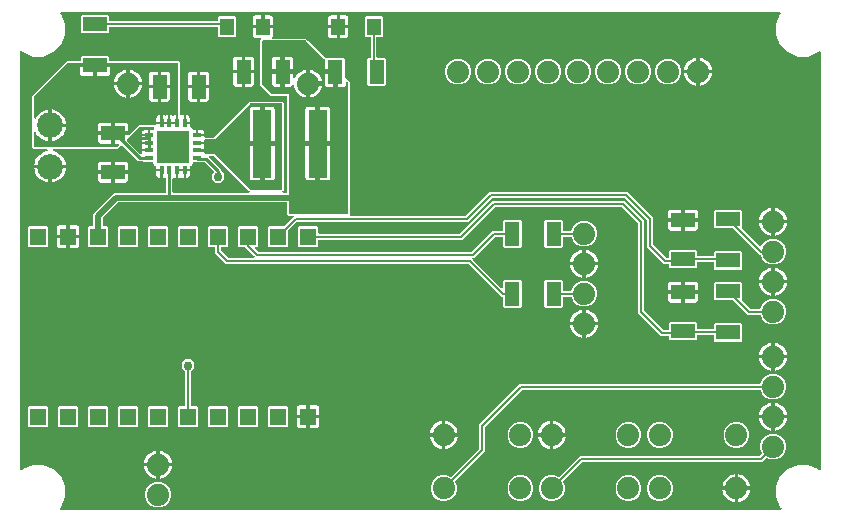
<source format=gbr>
G04 EAGLE Gerber RS-274X export*
G75*
%MOMM*%
%FSLAX34Y34*%
%LPD*%
%INTop Copper*%
%IPPOS*%
%AMOC8*
5,1,8,0,0,1.08239X$1,22.5*%
G01*
%ADD10C,1.879600*%
%ADD11R,1.270000X2.032000*%
%ADD12R,2.032000X1.270000*%
%ADD13R,0.350000X0.800000*%
%ADD14R,0.800000X0.350000*%
%ADD15R,2.800000X2.800000*%
%ADD16C,2.184400*%
%ADD17R,2.060000X1.270000*%
%ADD18R,1.270000X2.060000*%
%ADD19R,1.408000X1.408000*%
%ADD20R,1.200000X1.400000*%
%ADD21R,1.600200X5.715000*%
%ADD22C,0.756400*%
%ADD23C,0.254000*%
%ADD24C,0.152400*%
%ADD25C,0.508000*%
%ADD26P,0.818720X8X22.500000*%
%ADD27C,0.200000*%
%ADD28C,0.203200*%

G36*
X654242Y10172D02*
X654242Y10172D01*
X654314Y10174D01*
X654363Y10192D01*
X654414Y10200D01*
X654478Y10234D01*
X654545Y10259D01*
X654586Y10291D01*
X654632Y10316D01*
X654681Y10368D01*
X654737Y10412D01*
X654765Y10456D01*
X654801Y10494D01*
X654831Y10559D01*
X654870Y10619D01*
X654883Y10670D01*
X654905Y10717D01*
X654913Y10788D01*
X654930Y10858D01*
X654926Y10910D01*
X654932Y10961D01*
X654916Y11032D01*
X654911Y11103D01*
X654891Y11151D01*
X654879Y11202D01*
X654843Y11263D01*
X654815Y11329D01*
X654770Y11385D01*
X654753Y11413D01*
X654735Y11428D01*
X654710Y11460D01*
X653720Y12450D01*
X650239Y20853D01*
X650239Y29947D01*
X653720Y38350D01*
X660150Y44780D01*
X668553Y48261D01*
X677647Y48261D01*
X686050Y44780D01*
X686840Y43990D01*
X686898Y43948D01*
X686950Y43899D01*
X686997Y43877D01*
X687039Y43847D01*
X687108Y43826D01*
X687173Y43795D01*
X687225Y43790D01*
X687275Y43774D01*
X687346Y43776D01*
X687417Y43768D01*
X687468Y43779D01*
X687520Y43781D01*
X687588Y43805D01*
X687658Y43821D01*
X687703Y43847D01*
X687751Y43865D01*
X687807Y43910D01*
X687869Y43947D01*
X687903Y43986D01*
X687943Y44019D01*
X687982Y44079D01*
X688029Y44134D01*
X688048Y44182D01*
X688076Y44226D01*
X688094Y44295D01*
X688121Y44362D01*
X688129Y44433D01*
X688137Y44464D01*
X688135Y44488D01*
X688139Y44529D01*
X688139Y397431D01*
X688128Y397502D01*
X688126Y397574D01*
X688108Y397623D01*
X688100Y397674D01*
X688066Y397738D01*
X688041Y397805D01*
X688009Y397846D01*
X687984Y397892D01*
X687932Y397941D01*
X687888Y397997D01*
X687844Y398025D01*
X687806Y398061D01*
X687741Y398091D01*
X687681Y398130D01*
X687630Y398143D01*
X687583Y398165D01*
X687512Y398173D01*
X687442Y398190D01*
X687390Y398186D01*
X687339Y398192D01*
X687268Y398176D01*
X687197Y398171D01*
X687149Y398151D01*
X687098Y398139D01*
X687037Y398103D01*
X686971Y398075D01*
X686915Y398030D01*
X686887Y398013D01*
X686872Y397995D01*
X686840Y397970D01*
X686050Y397180D01*
X677647Y393699D01*
X668553Y393699D01*
X660150Y397180D01*
X653720Y403610D01*
X650239Y412013D01*
X650239Y421107D01*
X653720Y429510D01*
X653950Y429740D01*
X653992Y429798D01*
X654041Y429850D01*
X654063Y429897D01*
X654093Y429939D01*
X654114Y430008D01*
X654145Y430073D01*
X654150Y430125D01*
X654166Y430175D01*
X654164Y430246D01*
X654172Y430317D01*
X654161Y430368D01*
X654159Y430420D01*
X654135Y430488D01*
X654119Y430558D01*
X654093Y430603D01*
X654075Y430651D01*
X654030Y430707D01*
X653993Y430769D01*
X653954Y430803D01*
X653921Y430843D01*
X653861Y430882D01*
X653806Y430929D01*
X653758Y430948D01*
X653714Y430976D01*
X653645Y430994D01*
X653578Y431021D01*
X653507Y431029D01*
X653476Y431037D01*
X653452Y431035D01*
X653411Y431039D01*
X45089Y431039D01*
X45018Y431028D01*
X44946Y431026D01*
X44897Y431008D01*
X44846Y431000D01*
X44782Y430966D01*
X44715Y430941D01*
X44674Y430909D01*
X44628Y430884D01*
X44579Y430833D01*
X44523Y430788D01*
X44495Y430744D01*
X44459Y430706D01*
X44429Y430641D01*
X44390Y430581D01*
X44377Y430530D01*
X44355Y430483D01*
X44347Y430412D01*
X44330Y430342D01*
X44334Y430290D01*
X44328Y430239D01*
X44344Y430168D01*
X44349Y430097D01*
X44369Y430049D01*
X44381Y429998D01*
X44417Y429937D01*
X44445Y429871D01*
X44490Y429815D01*
X44507Y429787D01*
X44525Y429772D01*
X44550Y429740D01*
X44780Y429510D01*
X48261Y421107D01*
X48261Y412013D01*
X44780Y403610D01*
X38350Y397180D01*
X29947Y393699D01*
X20853Y393699D01*
X12450Y397180D01*
X11460Y398170D01*
X11402Y398212D01*
X11350Y398261D01*
X11303Y398283D01*
X11261Y398313D01*
X11192Y398334D01*
X11127Y398365D01*
X11075Y398370D01*
X11025Y398386D01*
X10954Y398384D01*
X10883Y398392D01*
X10832Y398381D01*
X10780Y398379D01*
X10712Y398355D01*
X10642Y398339D01*
X10597Y398313D01*
X10549Y398295D01*
X10493Y398250D01*
X10431Y398213D01*
X10397Y398174D01*
X10357Y398141D01*
X10318Y398081D01*
X10271Y398026D01*
X10252Y397978D01*
X10224Y397934D01*
X10206Y397865D01*
X10179Y397798D01*
X10171Y397727D01*
X10163Y397696D01*
X10165Y397672D01*
X10161Y397631D01*
X10161Y44329D01*
X10172Y44258D01*
X10174Y44186D01*
X10192Y44137D01*
X10200Y44086D01*
X10234Y44022D01*
X10259Y43955D01*
X10291Y43914D01*
X10316Y43868D01*
X10368Y43819D01*
X10412Y43763D01*
X10456Y43735D01*
X10494Y43699D01*
X10559Y43669D01*
X10619Y43630D01*
X10670Y43617D01*
X10717Y43595D01*
X10788Y43587D01*
X10858Y43570D01*
X10910Y43574D01*
X10961Y43568D01*
X11032Y43584D01*
X11103Y43589D01*
X11151Y43609D01*
X11202Y43621D01*
X11263Y43657D01*
X11329Y43685D01*
X11385Y43730D01*
X11413Y43747D01*
X11428Y43765D01*
X11460Y43790D01*
X12450Y44780D01*
X20853Y48261D01*
X29947Y48261D01*
X38350Y44780D01*
X44780Y38350D01*
X48261Y29947D01*
X48261Y20853D01*
X44780Y12450D01*
X43790Y11460D01*
X43748Y11402D01*
X43699Y11350D01*
X43677Y11303D01*
X43647Y11261D01*
X43626Y11192D01*
X43595Y11127D01*
X43590Y11075D01*
X43574Y11025D01*
X43576Y10954D01*
X43568Y10883D01*
X43579Y10832D01*
X43581Y10780D01*
X43605Y10712D01*
X43621Y10642D01*
X43647Y10597D01*
X43665Y10549D01*
X43710Y10493D01*
X43747Y10431D01*
X43786Y10397D01*
X43819Y10357D01*
X43879Y10318D01*
X43934Y10271D01*
X43982Y10252D01*
X44026Y10224D01*
X44095Y10206D01*
X44162Y10179D01*
X44233Y10171D01*
X44264Y10163D01*
X44288Y10165D01*
X44329Y10161D01*
X654171Y10161D01*
X654242Y10172D01*
G37*
%LPC*%
G36*
X598668Y213335D02*
X598668Y213335D01*
X597775Y214228D01*
X597775Y218964D01*
X597772Y218984D01*
X597774Y219003D01*
X597752Y219105D01*
X597736Y219207D01*
X597726Y219224D01*
X597722Y219244D01*
X597669Y219333D01*
X597620Y219424D01*
X597606Y219438D01*
X597596Y219455D01*
X597517Y219522D01*
X597442Y219594D01*
X597424Y219602D01*
X597409Y219615D01*
X597313Y219654D01*
X597219Y219697D01*
X597199Y219699D01*
X597181Y219707D01*
X597014Y219725D01*
X583946Y219725D01*
X583926Y219722D01*
X583907Y219724D01*
X583805Y219702D01*
X583703Y219686D01*
X583686Y219676D01*
X583666Y219672D01*
X583577Y219619D01*
X583486Y219570D01*
X583472Y219556D01*
X583455Y219546D01*
X583388Y219467D01*
X583316Y219392D01*
X583308Y219374D01*
X583295Y219359D01*
X583256Y219263D01*
X583213Y219169D01*
X583211Y219149D01*
X583203Y219131D01*
X583185Y218964D01*
X583185Y215268D01*
X582292Y214375D01*
X560708Y214375D01*
X559815Y215268D01*
X559815Y217694D01*
X559812Y217714D01*
X559814Y217733D01*
X559792Y217835D01*
X559776Y217937D01*
X559766Y217954D01*
X559762Y217974D01*
X559709Y218063D01*
X559660Y218154D01*
X559646Y218168D01*
X559636Y218185D01*
X559557Y218252D01*
X559482Y218324D01*
X559464Y218332D01*
X559449Y218345D01*
X559353Y218384D01*
X559259Y218427D01*
X559239Y218429D01*
X559221Y218437D01*
X559054Y218455D01*
X555214Y218455D01*
X541035Y232634D01*
X541035Y255179D01*
X541021Y255269D01*
X541013Y255360D01*
X541001Y255390D01*
X540996Y255422D01*
X540953Y255502D01*
X540917Y255586D01*
X540891Y255618D01*
X540880Y255639D01*
X540857Y255661D01*
X540812Y255717D01*
X522417Y274112D01*
X522343Y274165D01*
X522274Y274225D01*
X522244Y274237D01*
X522217Y274256D01*
X522130Y274283D01*
X522046Y274317D01*
X522005Y274321D01*
X521982Y274328D01*
X521950Y274327D01*
X521879Y274335D01*
X410301Y274335D01*
X410211Y274321D01*
X410120Y274313D01*
X410090Y274301D01*
X410058Y274296D01*
X409978Y274253D01*
X409894Y274217D01*
X409862Y274191D01*
X409841Y274180D01*
X409822Y274161D01*
X409820Y274160D01*
X409814Y274154D01*
X409763Y274112D01*
X389666Y254015D01*
X245201Y254015D01*
X245111Y254001D01*
X245020Y253993D01*
X244990Y253981D01*
X244958Y253976D01*
X244878Y253933D01*
X244794Y253897D01*
X244762Y253871D01*
X244741Y253860D01*
X244719Y253837D01*
X244663Y253792D01*
X237388Y246517D01*
X237335Y246443D01*
X237275Y246374D01*
X237263Y246344D01*
X237244Y246317D01*
X237217Y246230D01*
X237183Y246146D01*
X237179Y246105D01*
X237172Y246082D01*
X237173Y246050D01*
X237165Y245979D01*
X237165Y233628D01*
X236272Y232735D01*
X220928Y232735D01*
X220035Y233628D01*
X220035Y248972D01*
X220928Y249865D01*
X233279Y249865D01*
X233369Y249879D01*
X233460Y249887D01*
X233490Y249899D01*
X233522Y249904D01*
X233602Y249947D01*
X233686Y249983D01*
X233718Y250009D01*
X233739Y250020D01*
X233761Y250043D01*
X233817Y250088D01*
X241092Y257363D01*
X241509Y257780D01*
X241551Y257838D01*
X241600Y257890D01*
X241622Y257937D01*
X241653Y257979D01*
X241674Y258048D01*
X241704Y258113D01*
X241710Y258165D01*
X241725Y258215D01*
X241723Y258286D01*
X241731Y258357D01*
X241720Y258408D01*
X241719Y258460D01*
X241694Y258528D01*
X241679Y258598D01*
X241652Y258643D01*
X241634Y258691D01*
X241590Y258747D01*
X241553Y258809D01*
X241513Y258843D01*
X241481Y258883D01*
X241420Y258922D01*
X241366Y258969D01*
X241317Y258988D01*
X241274Y259016D01*
X241204Y259034D01*
X241138Y259061D01*
X241066Y259069D01*
X241035Y259077D01*
X241012Y259075D01*
X240971Y259079D01*
X237708Y259079D01*
X236219Y260568D01*
X236219Y269494D01*
X236216Y269514D01*
X236218Y269533D01*
X236196Y269635D01*
X236180Y269737D01*
X236170Y269754D01*
X236166Y269774D01*
X236113Y269863D01*
X236064Y269954D01*
X236050Y269968D01*
X236040Y269985D01*
X235961Y270052D01*
X235886Y270124D01*
X235868Y270132D01*
X235853Y270145D01*
X235757Y270184D01*
X235663Y270227D01*
X235643Y270229D01*
X235625Y270237D01*
X235458Y270255D01*
X93439Y270255D01*
X93349Y270241D01*
X93258Y270233D01*
X93228Y270221D01*
X93196Y270216D01*
X93116Y270173D01*
X93032Y270137D01*
X93000Y270111D01*
X92979Y270100D01*
X92957Y270077D01*
X92901Y270032D01*
X80488Y257619D01*
X80435Y257545D01*
X80375Y257476D01*
X80363Y257446D01*
X80344Y257420D01*
X80317Y257333D01*
X80283Y257248D01*
X80279Y257207D01*
X80272Y257184D01*
X80273Y257152D01*
X80265Y257081D01*
X80265Y250626D01*
X80268Y250606D01*
X80266Y250587D01*
X80288Y250485D01*
X80304Y250383D01*
X80314Y250366D01*
X80318Y250346D01*
X80371Y250257D01*
X80420Y250166D01*
X80434Y250152D01*
X80444Y250135D01*
X80523Y250068D01*
X80598Y249996D01*
X80616Y249988D01*
X80631Y249975D01*
X80727Y249936D01*
X80821Y249893D01*
X80841Y249891D01*
X80859Y249883D01*
X81026Y249865D01*
X83872Y249865D01*
X84765Y248972D01*
X84765Y233628D01*
X83872Y232735D01*
X68528Y232735D01*
X67635Y233628D01*
X67635Y248972D01*
X68528Y249865D01*
X71374Y249865D01*
X71394Y249868D01*
X71413Y249866D01*
X71515Y249888D01*
X71617Y249904D01*
X71634Y249914D01*
X71654Y249918D01*
X71743Y249971D01*
X71834Y250020D01*
X71848Y250034D01*
X71865Y250044D01*
X71932Y250123D01*
X72004Y250198D01*
X72012Y250216D01*
X72025Y250231D01*
X72064Y250327D01*
X72107Y250421D01*
X72109Y250441D01*
X72117Y250459D01*
X72135Y250626D01*
X72135Y260764D01*
X89756Y278385D01*
X132894Y278385D01*
X132914Y278388D01*
X132933Y278386D01*
X133035Y278408D01*
X133137Y278424D01*
X133154Y278434D01*
X133174Y278438D01*
X133263Y278491D01*
X133354Y278540D01*
X133368Y278554D01*
X133385Y278564D01*
X133452Y278643D01*
X133524Y278718D01*
X133532Y278736D01*
X133545Y278751D01*
X133584Y278847D01*
X133627Y278941D01*
X133629Y278961D01*
X133637Y278979D01*
X133655Y279146D01*
X133655Y290401D01*
X133636Y290518D01*
X133618Y290636D01*
X133616Y290640D01*
X133616Y290644D01*
X133560Y290749D01*
X133505Y290855D01*
X133502Y290858D01*
X133500Y290862D01*
X133415Y290943D01*
X133329Y291026D01*
X133325Y291028D01*
X133322Y291031D01*
X133216Y291080D01*
X133107Y291132D01*
X133103Y291133D01*
X133099Y291135D01*
X132983Y291148D01*
X132863Y291162D01*
X132858Y291161D01*
X132855Y291162D01*
X132841Y291159D01*
X132697Y291137D01*
X132034Y290959D01*
X130824Y290959D01*
X130824Y297387D01*
X130821Y297406D01*
X130823Y297426D01*
X130801Y297528D01*
X130785Y297630D01*
X130775Y297647D01*
X130771Y297667D01*
X130718Y297756D01*
X130669Y297847D01*
X130655Y297861D01*
X130645Y297878D01*
X130566Y297945D01*
X130491Y298016D01*
X130473Y298025D01*
X130465Y298031D01*
X130443Y298073D01*
X130429Y298087D01*
X130419Y298104D01*
X130340Y298171D01*
X130265Y298243D01*
X130247Y298251D01*
X130232Y298264D01*
X130135Y298303D01*
X130042Y298346D01*
X130022Y298348D01*
X130004Y298356D01*
X129837Y298374D01*
X125659Y298374D01*
X125659Y300296D01*
X125652Y300340D01*
X125654Y300383D01*
X125632Y300460D01*
X125620Y300539D01*
X125599Y300578D01*
X125587Y300620D01*
X125542Y300686D01*
X125504Y300757D01*
X125473Y300787D01*
X125448Y300823D01*
X125384Y300871D01*
X125326Y300926D01*
X125286Y300944D01*
X125251Y300971D01*
X125115Y301024D01*
X125103Y301030D01*
X125100Y301030D01*
X125095Y301032D01*
X124719Y301132D01*
X124140Y301467D01*
X123667Y301940D01*
X123332Y302519D01*
X123159Y303166D01*
X123159Y303714D01*
X123156Y303734D01*
X123158Y303753D01*
X123136Y303855D01*
X123120Y303957D01*
X123110Y303974D01*
X123106Y303994D01*
X123053Y304083D01*
X123004Y304174D01*
X122990Y304188D01*
X122980Y304205D01*
X122901Y304272D01*
X122826Y304344D01*
X122808Y304352D01*
X122793Y304365D01*
X122697Y304404D01*
X122603Y304447D01*
X122583Y304449D01*
X122565Y304457D01*
X122398Y304475D01*
X115068Y304475D01*
X114811Y304732D01*
X114737Y304786D01*
X114668Y304845D01*
X114638Y304857D01*
X114612Y304876D01*
X114525Y304903D01*
X114440Y304937D01*
X114399Y304941D01*
X114377Y304948D01*
X114344Y304947D01*
X114273Y304955D01*
X110192Y304955D01*
X96699Y318449D01*
X96683Y318460D01*
X96670Y318476D01*
X96583Y318532D01*
X96499Y318592D01*
X96480Y318598D01*
X96464Y318609D01*
X96363Y318634D01*
X96264Y318664D01*
X96244Y318664D01*
X96225Y318669D01*
X96122Y318661D01*
X96018Y318658D01*
X96000Y318651D01*
X95980Y318650D01*
X95885Y318609D01*
X95787Y318574D01*
X95772Y318561D01*
X95753Y318553D01*
X95622Y318449D01*
X92387Y315213D01*
X38396Y315213D01*
X38333Y315203D01*
X38269Y315203D01*
X38213Y315183D01*
X38154Y315174D01*
X38097Y315144D01*
X38037Y315123D01*
X37989Y315086D01*
X37936Y315058D01*
X37892Y315012D01*
X37842Y314973D01*
X37808Y314924D01*
X37767Y314880D01*
X37740Y314822D01*
X37704Y314769D01*
X37689Y314711D01*
X37663Y314657D01*
X37656Y314593D01*
X37639Y314532D01*
X37643Y314472D01*
X37636Y314413D01*
X37650Y314350D01*
X37653Y314286D01*
X37676Y314231D01*
X37688Y314172D01*
X37721Y314117D01*
X37745Y314058D01*
X37784Y314012D01*
X37815Y313961D01*
X37863Y313920D01*
X37905Y313871D01*
X37956Y313840D01*
X38002Y313801D01*
X38061Y313777D01*
X38116Y313744D01*
X38199Y313722D01*
X38230Y313709D01*
X38254Y313707D01*
X38277Y313700D01*
X38712Y313631D01*
X40728Y312976D01*
X42616Y312014D01*
X44330Y310769D01*
X45829Y309270D01*
X47074Y307556D01*
X48036Y305668D01*
X48691Y303652D01*
X48949Y302023D01*
X36322Y302023D01*
X36302Y302020D01*
X36283Y302022D01*
X36181Y302000D01*
X36079Y301983D01*
X36062Y301974D01*
X36042Y301970D01*
X35953Y301917D01*
X35862Y301868D01*
X35848Y301854D01*
X35831Y301844D01*
X35764Y301765D01*
X35693Y301690D01*
X35684Y301672D01*
X35671Y301657D01*
X35633Y301561D01*
X35589Y301467D01*
X35587Y301447D01*
X35579Y301429D01*
X35561Y301262D01*
X35561Y300499D01*
X35559Y300499D01*
X35559Y301262D01*
X35556Y301282D01*
X35558Y301301D01*
X35536Y301403D01*
X35519Y301505D01*
X35510Y301522D01*
X35506Y301542D01*
X35453Y301631D01*
X35404Y301722D01*
X35390Y301736D01*
X35380Y301753D01*
X35301Y301820D01*
X35226Y301891D01*
X35208Y301900D01*
X35193Y301913D01*
X35097Y301952D01*
X35003Y301995D01*
X34983Y301997D01*
X34965Y302005D01*
X34798Y302023D01*
X22171Y302023D01*
X22429Y303652D01*
X23084Y305668D01*
X24046Y307556D01*
X25291Y309270D01*
X26790Y310769D01*
X28504Y312014D01*
X30392Y312976D01*
X32408Y313631D01*
X32843Y313700D01*
X32903Y313720D01*
X32966Y313731D01*
X33019Y313759D01*
X33076Y313777D01*
X33127Y313816D01*
X33184Y313846D01*
X33225Y313889D01*
X33273Y313925D01*
X33309Y313978D01*
X33353Y314024D01*
X33378Y314078D01*
X33412Y314128D01*
X33430Y314189D01*
X33457Y314247D01*
X33463Y314307D01*
X33480Y314364D01*
X33477Y314428D01*
X33484Y314491D01*
X33471Y314550D01*
X33468Y314610D01*
X33445Y314669D01*
X33432Y314732D01*
X33401Y314783D01*
X33379Y314839D01*
X33338Y314888D01*
X33305Y314943D01*
X33260Y314982D01*
X33221Y315028D01*
X33167Y315061D01*
X33118Y315103D01*
X33063Y315125D01*
X33012Y315157D01*
X32950Y315171D01*
X32890Y315195D01*
X32804Y315204D01*
X32772Y315212D01*
X32748Y315211D01*
X32724Y315213D01*
X21913Y315213D01*
X20573Y316553D01*
X20573Y360357D01*
X49853Y389637D01*
X61074Y389637D01*
X61094Y389640D01*
X61113Y389638D01*
X61215Y389660D01*
X61317Y389676D01*
X61334Y389686D01*
X61354Y389690D01*
X61443Y389743D01*
X61534Y389792D01*
X61548Y389806D01*
X61565Y389816D01*
X61632Y389895D01*
X61704Y389970D01*
X61712Y389988D01*
X61725Y390003D01*
X61764Y390099D01*
X61807Y390193D01*
X61809Y390213D01*
X61817Y390231D01*
X61835Y390398D01*
X61835Y393292D01*
X62728Y394185D01*
X84592Y394185D01*
X85485Y393292D01*
X85485Y390398D01*
X85488Y390378D01*
X85486Y390359D01*
X85508Y390257D01*
X85524Y390155D01*
X85534Y390138D01*
X85538Y390118D01*
X85591Y390029D01*
X85640Y389938D01*
X85654Y389924D01*
X85664Y389907D01*
X85743Y389840D01*
X85818Y389768D01*
X85836Y389760D01*
X85851Y389747D01*
X85947Y389708D01*
X86041Y389665D01*
X86061Y389663D01*
X86079Y389655D01*
X86246Y389637D01*
X144457Y389637D01*
X145797Y388297D01*
X145797Y344612D01*
X145816Y344496D01*
X145834Y344378D01*
X145836Y344374D01*
X145836Y344370D01*
X145892Y344265D01*
X145947Y344159D01*
X145950Y344156D01*
X145952Y344152D01*
X146037Y344071D01*
X146123Y343988D01*
X146127Y343986D01*
X146130Y343983D01*
X146237Y343933D01*
X146345Y343882D01*
X146349Y343881D01*
X146353Y343879D01*
X146469Y343866D01*
X146589Y343852D01*
X146594Y343853D01*
X146597Y343852D01*
X146611Y343855D01*
X146755Y343877D01*
X147366Y344041D01*
X148576Y344041D01*
X148576Y337613D01*
X148579Y337594D01*
X148577Y337574D01*
X148599Y337472D01*
X148615Y337370D01*
X148625Y337353D01*
X148629Y337333D01*
X148682Y337244D01*
X148731Y337153D01*
X148745Y337139D01*
X148755Y337122D01*
X148834Y337055D01*
X148909Y336984D01*
X148927Y336975D01*
X148935Y336969D01*
X148957Y336927D01*
X148971Y336913D01*
X148981Y336896D01*
X149060Y336829D01*
X149135Y336757D01*
X149153Y336749D01*
X149168Y336736D01*
X149265Y336697D01*
X149358Y336654D01*
X149378Y336652D01*
X149396Y336644D01*
X149563Y336626D01*
X153741Y336626D01*
X153741Y334704D01*
X153748Y334660D01*
X153746Y334617D01*
X153768Y334540D01*
X153780Y334461D01*
X153801Y334422D01*
X153813Y334380D01*
X153858Y334314D01*
X153896Y334243D01*
X153927Y334213D01*
X153952Y334177D01*
X154016Y334129D01*
X154074Y334074D01*
X154114Y334056D01*
X154149Y334029D01*
X154284Y333976D01*
X154297Y333970D01*
X154300Y333970D01*
X154305Y333968D01*
X154681Y333868D01*
X155260Y333533D01*
X155733Y333060D01*
X156068Y332481D01*
X156168Y332105D01*
X156186Y332065D01*
X156196Y332022D01*
X156237Y331954D01*
X156269Y331881D01*
X156299Y331849D01*
X156322Y331811D01*
X156382Y331759D01*
X156437Y331701D01*
X156475Y331680D01*
X156509Y331651D01*
X156583Y331621D01*
X156653Y331583D01*
X156696Y331576D01*
X156737Y331559D01*
X156882Y331543D01*
X156895Y331541D01*
X156899Y331541D01*
X156904Y331541D01*
X158826Y331541D01*
X158826Y327363D01*
X158829Y327344D01*
X158827Y327324D01*
X158849Y327222D01*
X158865Y327120D01*
X158875Y327103D01*
X158879Y327083D01*
X158932Y326994D01*
X158981Y326903D01*
X158995Y326889D01*
X159005Y326872D01*
X159084Y326805D01*
X159159Y326734D01*
X159177Y326725D01*
X159185Y326719D01*
X159207Y326677D01*
X159221Y326663D01*
X159231Y326646D01*
X159310Y326579D01*
X159385Y326507D01*
X159403Y326499D01*
X159418Y326486D01*
X159515Y326447D01*
X159608Y326404D01*
X159628Y326402D01*
X159646Y326394D01*
X159813Y326376D01*
X166241Y326376D01*
X166241Y325882D01*
X166244Y325862D01*
X166242Y325843D01*
X166264Y325741D01*
X166280Y325639D01*
X166290Y325622D01*
X166294Y325602D01*
X166347Y325513D01*
X166396Y325422D01*
X166410Y325408D01*
X166420Y325391D01*
X166499Y325324D01*
X166574Y325252D01*
X166592Y325244D01*
X166607Y325231D01*
X166703Y325192D01*
X166797Y325149D01*
X166817Y325147D01*
X166835Y325139D01*
X167002Y325121D01*
X173892Y325121D01*
X173982Y325135D01*
X174073Y325143D01*
X174103Y325155D01*
X174135Y325160D01*
X174216Y325203D01*
X174300Y325239D01*
X174332Y325265D01*
X174352Y325276D01*
X174375Y325299D01*
X174431Y325344D01*
X204688Y355601D01*
X232192Y355601D01*
X233681Y354112D01*
X233681Y280888D01*
X232477Y279684D01*
X232436Y279626D01*
X232386Y279574D01*
X232364Y279527D01*
X232334Y279485D01*
X232313Y279416D01*
X232283Y279351D01*
X232277Y279299D01*
X232261Y279249D01*
X232263Y279178D01*
X232255Y279107D01*
X232267Y279056D01*
X232268Y279004D01*
X232292Y278936D01*
X232308Y278866D01*
X232334Y278821D01*
X232352Y278773D01*
X232397Y278717D01*
X232434Y278655D01*
X232473Y278621D01*
X232506Y278581D01*
X232566Y278542D01*
X232621Y278495D01*
X232669Y278476D01*
X232713Y278448D01*
X232782Y278430D01*
X232849Y278403D01*
X232920Y278395D01*
X232951Y278387D01*
X232975Y278389D01*
X233016Y278385D01*
X235458Y278385D01*
X235478Y278388D01*
X235497Y278386D01*
X235599Y278408D01*
X235701Y278424D01*
X235718Y278434D01*
X235738Y278438D01*
X235827Y278491D01*
X235918Y278540D01*
X235932Y278554D01*
X235949Y278564D01*
X236016Y278643D01*
X236088Y278718D01*
X236096Y278736D01*
X236109Y278751D01*
X236148Y278847D01*
X236191Y278941D01*
X236193Y278961D01*
X236201Y278979D01*
X236219Y279146D01*
X236219Y359918D01*
X236216Y359938D01*
X236218Y359957D01*
X236196Y360059D01*
X236180Y360161D01*
X236170Y360178D01*
X236166Y360198D01*
X236113Y360287D01*
X236064Y360378D01*
X236050Y360392D01*
X236040Y360409D01*
X235961Y360476D01*
X235886Y360548D01*
X235868Y360556D01*
X235853Y360569D01*
X235757Y360608D01*
X235663Y360651D01*
X235643Y360653D01*
X235625Y360661D01*
X235458Y360679D01*
X222468Y360679D01*
X213359Y369788D01*
X213359Y407452D01*
X214167Y408260D01*
X214208Y408318D01*
X214258Y408370D01*
X214280Y408417D01*
X214310Y408459D01*
X214331Y408528D01*
X214361Y408593D01*
X214367Y408645D01*
X214383Y408695D01*
X214381Y408766D01*
X214389Y408837D01*
X214377Y408888D01*
X214376Y408940D01*
X214352Y409008D01*
X214336Y409078D01*
X214310Y409123D01*
X214292Y409171D01*
X214247Y409227D01*
X214210Y409289D01*
X214171Y409323D01*
X214138Y409363D01*
X214078Y409402D01*
X214023Y409449D01*
X213975Y409468D01*
X213931Y409496D01*
X213862Y409514D01*
X213795Y409541D01*
X213724Y409549D01*
X213693Y409557D01*
X213669Y409555D01*
X213628Y409559D01*
X209326Y409559D01*
X208679Y409732D01*
X208100Y410067D01*
X207627Y410540D01*
X207292Y411119D01*
X207119Y411766D01*
X207119Y417577D01*
X214898Y417577D01*
X214918Y417580D01*
X214937Y417578D01*
X215039Y417600D01*
X215141Y417617D01*
X215158Y417626D01*
X215178Y417630D01*
X215267Y417683D01*
X215358Y417732D01*
X215372Y417746D01*
X215389Y417756D01*
X215456Y417835D01*
X215527Y417910D01*
X215536Y417928D01*
X215549Y417943D01*
X215588Y418039D01*
X215631Y418133D01*
X215633Y418153D01*
X215641Y418171D01*
X215659Y418338D01*
X215659Y419101D01*
X215661Y419101D01*
X215661Y418338D01*
X215664Y418318D01*
X215662Y418299D01*
X215684Y418197D01*
X215701Y418095D01*
X215710Y418078D01*
X215714Y418058D01*
X215767Y417969D01*
X215816Y417878D01*
X215830Y417864D01*
X215840Y417847D01*
X215919Y417780D01*
X215994Y417709D01*
X216012Y417700D01*
X216027Y417687D01*
X216123Y417648D01*
X216217Y417605D01*
X216237Y417603D01*
X216255Y417595D01*
X216422Y417577D01*
X224201Y417577D01*
X224201Y411766D01*
X224028Y411119D01*
X223693Y410540D01*
X223393Y410240D01*
X223352Y410182D01*
X223302Y410130D01*
X223280Y410083D01*
X223250Y410041D01*
X223229Y409972D01*
X223199Y409907D01*
X223193Y409855D01*
X223177Y409805D01*
X223179Y409734D01*
X223171Y409663D01*
X223183Y409612D01*
X223184Y409560D01*
X223208Y409492D01*
X223224Y409422D01*
X223250Y409377D01*
X223268Y409329D01*
X223313Y409273D01*
X223350Y409211D01*
X223389Y409177D01*
X223422Y409137D01*
X223482Y409098D01*
X223537Y409051D01*
X223585Y409032D01*
X223629Y409004D01*
X223698Y408986D01*
X223765Y408959D01*
X223836Y408951D01*
X223867Y408943D01*
X223891Y408945D01*
X223932Y408941D01*
X252512Y408941D01*
X254224Y407229D01*
X268830Y392623D01*
X268846Y392611D01*
X268859Y392596D01*
X268946Y392540D01*
X269030Y392479D01*
X269049Y392474D01*
X269066Y392463D01*
X269166Y392438D01*
X269265Y392407D01*
X269285Y392408D01*
X269304Y392403D01*
X269407Y392411D01*
X269511Y392413D01*
X269530Y392420D01*
X269549Y392422D01*
X269644Y392462D01*
X269742Y392498D01*
X269757Y392510D01*
X269776Y392518D01*
X269907Y392623D01*
X270108Y392825D01*
X284072Y392825D01*
X284965Y391932D01*
X284965Y376804D01*
X284979Y376714D01*
X284987Y376623D01*
X284999Y376593D01*
X285004Y376561D01*
X285047Y376480D01*
X285083Y376396D01*
X285109Y376364D01*
X285120Y376344D01*
X285143Y376321D01*
X285188Y376265D01*
X289561Y371892D01*
X289561Y260568D01*
X289357Y260364D01*
X289316Y260306D01*
X289266Y260254D01*
X289244Y260207D01*
X289214Y260165D01*
X289193Y260096D01*
X289163Y260031D01*
X289157Y259979D01*
X289141Y259929D01*
X289143Y259858D01*
X289135Y259787D01*
X289147Y259736D01*
X289148Y259684D01*
X289172Y259616D01*
X289188Y259546D01*
X289214Y259501D01*
X289232Y259453D01*
X289277Y259397D01*
X289314Y259335D01*
X289353Y259301D01*
X289386Y259261D01*
X289446Y259222D01*
X289501Y259175D01*
X289549Y259156D01*
X289593Y259128D01*
X289662Y259110D01*
X289729Y259083D01*
X289800Y259075D01*
X289831Y259067D01*
X289855Y259069D01*
X289896Y259065D01*
X387259Y259065D01*
X387349Y259079D01*
X387440Y259087D01*
X387470Y259099D01*
X387502Y259104D01*
X387582Y259147D01*
X387666Y259183D01*
X387698Y259209D01*
X387719Y259220D01*
X387741Y259243D01*
X387744Y259244D01*
X387746Y259247D01*
X387797Y259288D01*
X407894Y279385D01*
X524286Y279385D01*
X546085Y257586D01*
X546085Y235041D01*
X546099Y234951D01*
X546107Y234860D01*
X546119Y234830D01*
X546124Y234798D01*
X546167Y234718D01*
X546203Y234634D01*
X546229Y234602D01*
X546240Y234581D01*
X546263Y234559D01*
X546308Y234503D01*
X557083Y223728D01*
X557157Y223675D01*
X557226Y223615D01*
X557256Y223603D01*
X557283Y223584D01*
X557370Y223557D01*
X557454Y223523D01*
X557495Y223519D01*
X557518Y223512D01*
X557550Y223513D01*
X557621Y223505D01*
X559054Y223505D01*
X559074Y223508D01*
X559093Y223506D01*
X559195Y223528D01*
X559297Y223544D01*
X559314Y223554D01*
X559334Y223558D01*
X559423Y223611D01*
X559514Y223660D01*
X559528Y223674D01*
X559545Y223684D01*
X559612Y223763D01*
X559684Y223838D01*
X559692Y223856D01*
X559705Y223871D01*
X559744Y223967D01*
X559787Y224061D01*
X559789Y224081D01*
X559797Y224099D01*
X559815Y224266D01*
X559815Y229232D01*
X560708Y230125D01*
X582292Y230125D01*
X583185Y229232D01*
X583185Y225536D01*
X583188Y225516D01*
X583186Y225497D01*
X583208Y225395D01*
X583224Y225293D01*
X583234Y225276D01*
X583238Y225256D01*
X583291Y225167D01*
X583340Y225076D01*
X583354Y225062D01*
X583364Y225045D01*
X583443Y224978D01*
X583518Y224906D01*
X583536Y224898D01*
X583551Y224885D01*
X583647Y224846D01*
X583741Y224803D01*
X583761Y224801D01*
X583779Y224793D01*
X583946Y224775D01*
X597014Y224775D01*
X597034Y224778D01*
X597053Y224776D01*
X597155Y224798D01*
X597257Y224814D01*
X597274Y224824D01*
X597294Y224828D01*
X597383Y224881D01*
X597474Y224930D01*
X597488Y224944D01*
X597505Y224954D01*
X597572Y225033D01*
X597644Y225108D01*
X597652Y225126D01*
X597665Y225141D01*
X597704Y225237D01*
X597747Y225331D01*
X597749Y225351D01*
X597757Y225369D01*
X597775Y225536D01*
X597775Y228192D01*
X598668Y229085D01*
X620532Y229085D01*
X621425Y228192D01*
X621425Y214228D01*
X620532Y213335D01*
X598668Y213335D01*
G37*
%LPD*%
G36*
X287078Y260613D02*
X287078Y260613D01*
X287136Y260611D01*
X287218Y260633D01*
X287302Y260645D01*
X287355Y260669D01*
X287411Y260683D01*
X287484Y260726D01*
X287561Y260761D01*
X287606Y260799D01*
X287656Y260829D01*
X287714Y260890D01*
X287778Y260945D01*
X287810Y260993D01*
X287850Y261036D01*
X287889Y261111D01*
X287936Y261181D01*
X287953Y261237D01*
X287980Y261289D01*
X287991Y261357D01*
X288021Y261452D01*
X288024Y261552D01*
X288035Y261620D01*
X288035Y370840D01*
X288023Y370927D01*
X288020Y371015D01*
X288003Y371067D01*
X287995Y371122D01*
X287960Y371202D01*
X287932Y371285D01*
X287905Y371324D01*
X287879Y371381D01*
X287783Y371495D01*
X287737Y371558D01*
X287713Y371582D01*
X287700Y371592D01*
X287696Y371598D01*
X287687Y371604D01*
X287671Y371622D01*
X287577Y371685D01*
X287486Y371753D01*
X287459Y371763D01*
X287435Y371780D01*
X287327Y371814D01*
X287220Y371854D01*
X287191Y371857D01*
X287164Y371865D01*
X287050Y371868D01*
X286937Y371878D01*
X286909Y371872D01*
X286880Y371873D01*
X286770Y371844D01*
X286658Y371821D01*
X286633Y371808D01*
X286605Y371801D01*
X286507Y371743D01*
X286406Y371690D01*
X286385Y371670D01*
X286360Y371656D01*
X286282Y371573D01*
X286200Y371494D01*
X286186Y371469D01*
X286166Y371448D01*
X286114Y371347D01*
X286057Y371249D01*
X286049Y371221D01*
X286036Y371195D01*
X286023Y371118D01*
X285987Y370973D01*
X285989Y370911D01*
X285981Y370864D01*
X285981Y370365D01*
X285808Y369719D01*
X285473Y369140D01*
X285000Y368667D01*
X284421Y368332D01*
X283774Y368159D01*
X279121Y368159D01*
X279121Y379754D01*
X279109Y379841D01*
X279106Y379928D01*
X279089Y379981D01*
X279081Y380036D01*
X279046Y380115D01*
X279019Y380199D01*
X278991Y380238D01*
X278965Y380295D01*
X278869Y380408D01*
X278824Y380472D01*
X278594Y380702D01*
X278524Y380754D01*
X278460Y380814D01*
X278411Y380839D01*
X278367Y380873D01*
X278285Y380904D01*
X278207Y380944D01*
X278160Y380952D01*
X278101Y380974D01*
X277953Y380986D01*
X277876Y380999D01*
X277089Y380999D01*
X277089Y381786D01*
X277077Y381873D01*
X277074Y381960D01*
X277057Y382013D01*
X277049Y382068D01*
X277014Y382147D01*
X276987Y382231D01*
X276959Y382270D01*
X276933Y382327D01*
X276837Y382440D01*
X276792Y382504D01*
X276562Y382734D01*
X276492Y382786D01*
X276428Y382846D01*
X276379Y382872D01*
X276335Y382905D01*
X276253Y382936D01*
X276175Y382976D01*
X276128Y382984D01*
X276069Y383006D01*
X275921Y383018D01*
X275844Y383031D01*
X268199Y383031D01*
X268199Y390676D01*
X268187Y390763D01*
X268184Y390850D01*
X268167Y390903D01*
X268159Y390957D01*
X268124Y391037D01*
X268097Y391121D01*
X268069Y391160D01*
X268043Y391217D01*
X267947Y391330D01*
X267902Y391394D01*
X252178Y407118D01*
X252108Y407170D01*
X252044Y407230D01*
X251995Y407256D01*
X251951Y407289D01*
X251869Y407320D01*
X251791Y407360D01*
X251744Y407368D01*
X251685Y407390D01*
X251537Y407402D01*
X251460Y407415D01*
X215900Y407415D01*
X215842Y407407D01*
X215784Y407409D01*
X215702Y407387D01*
X215619Y407375D01*
X215565Y407352D01*
X215509Y407337D01*
X215436Y407294D01*
X215359Y407259D01*
X215314Y407221D01*
X215264Y407192D01*
X215206Y407130D01*
X215142Y407076D01*
X215110Y407027D01*
X215070Y406984D01*
X215031Y406909D01*
X214985Y406839D01*
X214967Y406783D01*
X214940Y406731D01*
X214929Y406663D01*
X214899Y406568D01*
X214896Y406468D01*
X214885Y406400D01*
X214885Y370840D01*
X214897Y370753D01*
X214900Y370666D01*
X214917Y370613D01*
X214925Y370559D01*
X214960Y370479D01*
X214987Y370395D01*
X215015Y370356D01*
X215041Y370299D01*
X215137Y370186D01*
X215182Y370122D01*
X222802Y362502D01*
X222872Y362450D01*
X222936Y362390D01*
X222985Y362364D01*
X223029Y362331D01*
X223111Y362300D01*
X223189Y362260D01*
X223237Y362252D01*
X223295Y362230D01*
X223443Y362218D01*
X223520Y362205D01*
X237745Y362205D01*
X237745Y261620D01*
X237753Y261562D01*
X237751Y261504D01*
X237773Y261422D01*
X237785Y261339D01*
X237809Y261285D01*
X237823Y261229D01*
X237866Y261156D01*
X237901Y261079D01*
X237939Y261034D01*
X237969Y260984D01*
X238030Y260926D01*
X238085Y260862D01*
X238133Y260830D01*
X238176Y260790D01*
X238251Y260751D01*
X238321Y260705D01*
X238377Y260687D01*
X238429Y260660D01*
X238497Y260649D01*
X238592Y260619D01*
X238692Y260616D01*
X238760Y260605D01*
X287020Y260605D01*
X287078Y260613D01*
G37*
G36*
X91530Y316754D02*
X91530Y316754D01*
X91621Y316761D01*
X91651Y316773D01*
X91683Y316779D01*
X91763Y316821D01*
X91847Y316857D01*
X91879Y316883D01*
X91900Y316894D01*
X91922Y316917D01*
X91978Y316962D01*
X93756Y318740D01*
X93798Y318798D01*
X93848Y318850D01*
X93870Y318897D01*
X93900Y318939D01*
X93921Y319008D01*
X93951Y319073D01*
X93957Y319125D01*
X93972Y319175D01*
X93970Y319246D01*
X93978Y319317D01*
X93967Y319368D01*
X93966Y319420D01*
X93941Y319488D01*
X93926Y319558D01*
X93899Y319602D01*
X93881Y319651D01*
X93837Y319707D01*
X93800Y319769D01*
X93760Y319803D01*
X93728Y319843D01*
X93667Y319882D01*
X93613Y319929D01*
X93565Y319948D01*
X93521Y319976D01*
X93451Y319994D01*
X93385Y320021D01*
X93313Y320029D01*
X93282Y320037D01*
X93259Y320035D01*
X93218Y320039D01*
X90423Y320039D01*
X90423Y327407D01*
X102108Y327407D01*
X102198Y327422D01*
X102289Y327429D01*
X102319Y327441D01*
X102351Y327447D01*
X102431Y327489D01*
X102515Y327525D01*
X102547Y327551D01*
X102568Y327562D01*
X102590Y327585D01*
X102646Y327630D01*
X110805Y335789D01*
X124898Y335789D01*
X124918Y335792D01*
X124937Y335790D01*
X125039Y335812D01*
X125141Y335829D01*
X125158Y335838D01*
X125178Y335842D01*
X125267Y335895D01*
X125358Y335944D01*
X125372Y335958D01*
X125389Y335968D01*
X125456Y336047D01*
X125528Y336122D01*
X125536Y336140D01*
X125549Y336155D01*
X125588Y336251D01*
X125631Y336345D01*
X125633Y336365D01*
X125641Y336383D01*
X125659Y336550D01*
X125659Y336626D01*
X129837Y336626D01*
X129856Y336629D01*
X129876Y336627D01*
X129936Y336640D01*
X130063Y336626D01*
X136337Y336626D01*
X136356Y336629D01*
X136376Y336627D01*
X136436Y336640D01*
X136563Y336626D01*
X142837Y336626D01*
X142856Y336629D01*
X142876Y336627D01*
X142978Y336649D01*
X143080Y336665D01*
X143097Y336675D01*
X143117Y336679D01*
X143206Y336732D01*
X143297Y336781D01*
X143311Y336795D01*
X143328Y336805D01*
X143395Y336884D01*
X143466Y336959D01*
X143475Y336977D01*
X143481Y336985D01*
X143523Y337007D01*
X143537Y337021D01*
X143554Y337031D01*
X143621Y337110D01*
X143693Y337185D01*
X143701Y337203D01*
X143714Y337218D01*
X143753Y337315D01*
X143796Y337408D01*
X143798Y337428D01*
X143806Y337446D01*
X143824Y337613D01*
X143824Y344115D01*
X143879Y344147D01*
X143970Y344196D01*
X143984Y344210D01*
X144001Y344220D01*
X144068Y344299D01*
X144140Y344374D01*
X144148Y344392D01*
X144161Y344407D01*
X144200Y344503D01*
X144243Y344597D01*
X144245Y344617D01*
X144253Y344635D01*
X144271Y344802D01*
X144271Y387350D01*
X144268Y387370D01*
X144270Y387389D01*
X144248Y387491D01*
X144232Y387593D01*
X144222Y387610D01*
X144218Y387630D01*
X144165Y387719D01*
X144116Y387810D01*
X144102Y387824D01*
X144092Y387841D01*
X144013Y387908D01*
X143938Y387980D01*
X143920Y387988D01*
X143905Y388001D01*
X143809Y388040D01*
X143715Y388083D01*
X143695Y388085D01*
X143677Y388093D01*
X143510Y388111D01*
X87262Y388111D01*
X87242Y388108D01*
X87223Y388110D01*
X87121Y388088D01*
X87019Y388072D01*
X87002Y388062D01*
X86982Y388058D01*
X86893Y388005D01*
X86802Y387956D01*
X86788Y387942D01*
X86771Y387932D01*
X86704Y387853D01*
X86685Y387833D01*
X74422Y387833D01*
X74402Y387830D01*
X74383Y387832D01*
X74281Y387810D01*
X74179Y387793D01*
X74162Y387784D01*
X74142Y387780D01*
X74053Y387727D01*
X73962Y387678D01*
X73948Y387664D01*
X73931Y387654D01*
X73864Y387575D01*
X73793Y387500D01*
X73784Y387482D01*
X73771Y387467D01*
X73732Y387371D01*
X73689Y387277D01*
X73687Y387257D01*
X73679Y387239D01*
X73661Y387072D01*
X73661Y386309D01*
X73659Y386309D01*
X73659Y387072D01*
X73656Y387092D01*
X73658Y387111D01*
X73636Y387213D01*
X73619Y387315D01*
X73610Y387332D01*
X73606Y387352D01*
X73553Y387441D01*
X73504Y387532D01*
X73490Y387546D01*
X73480Y387563D01*
X73401Y387630D01*
X73326Y387701D01*
X73308Y387710D01*
X73293Y387723D01*
X73197Y387762D01*
X73103Y387805D01*
X73083Y387807D01*
X73065Y387815D01*
X72898Y387833D01*
X60644Y387833D01*
X60640Y387841D01*
X60561Y387908D01*
X60486Y387980D01*
X60468Y387988D01*
X60453Y388001D01*
X60357Y388040D01*
X60263Y388083D01*
X60243Y388085D01*
X60225Y388093D01*
X60058Y388111D01*
X50800Y388111D01*
X50710Y388097D01*
X50619Y388089D01*
X50589Y388077D01*
X50557Y388072D01*
X50477Y388029D01*
X50393Y387993D01*
X50361Y387967D01*
X50340Y387956D01*
X50318Y387933D01*
X50262Y387888D01*
X22322Y359948D01*
X22269Y359874D01*
X22209Y359805D01*
X22197Y359775D01*
X22178Y359749D01*
X22151Y359662D01*
X22117Y359577D01*
X22113Y359536D01*
X22106Y359513D01*
X22107Y359481D01*
X22099Y359410D01*
X22099Y341906D01*
X22110Y341839D01*
X22111Y341771D01*
X22129Y341718D01*
X22139Y341663D01*
X22170Y341603D01*
X22193Y341539D01*
X22227Y341495D01*
X22254Y341446D01*
X22303Y341399D01*
X22345Y341346D01*
X22391Y341315D01*
X22432Y341276D01*
X22494Y341248D01*
X22550Y341211D01*
X22604Y341196D01*
X22655Y341173D01*
X22722Y341165D01*
X22788Y341148D01*
X22844Y341152D01*
X22899Y341146D01*
X22966Y341160D01*
X23033Y341165D01*
X23085Y341186D01*
X23140Y341198D01*
X23198Y341233D01*
X23261Y341259D01*
X23303Y341295D01*
X23351Y341324D01*
X23395Y341376D01*
X23446Y341420D01*
X23489Y341486D01*
X23511Y341511D01*
X23519Y341530D01*
X23538Y341560D01*
X24046Y342556D01*
X25291Y344270D01*
X26790Y345769D01*
X28504Y347014D01*
X30392Y347976D01*
X32408Y348631D01*
X34037Y348889D01*
X34037Y336262D01*
X34040Y336242D01*
X34038Y336223D01*
X34060Y336121D01*
X34077Y336019D01*
X34086Y336002D01*
X34090Y335982D01*
X34143Y335893D01*
X34192Y335802D01*
X34206Y335788D01*
X34216Y335771D01*
X34295Y335704D01*
X34370Y335633D01*
X34388Y335624D01*
X34403Y335611D01*
X34499Y335573D01*
X34593Y335529D01*
X34613Y335527D01*
X34631Y335519D01*
X34798Y335501D01*
X35561Y335501D01*
X35561Y335499D01*
X34798Y335499D01*
X34778Y335496D01*
X34759Y335498D01*
X34657Y335476D01*
X34555Y335459D01*
X34538Y335450D01*
X34518Y335446D01*
X34429Y335393D01*
X34338Y335344D01*
X34324Y335330D01*
X34307Y335320D01*
X34240Y335241D01*
X34169Y335166D01*
X34160Y335148D01*
X34147Y335133D01*
X34108Y335037D01*
X34065Y334943D01*
X34063Y334923D01*
X34055Y334905D01*
X34037Y334738D01*
X34037Y322111D01*
X32408Y322369D01*
X30392Y323024D01*
X28504Y323986D01*
X26790Y325231D01*
X25291Y326730D01*
X24046Y328444D01*
X23538Y329440D01*
X23498Y329494D01*
X23466Y329554D01*
X23426Y329593D01*
X23393Y329638D01*
X23337Y329677D01*
X23288Y329724D01*
X23237Y329747D01*
X23191Y329779D01*
X23127Y329799D01*
X23065Y329827D01*
X23009Y329833D01*
X22956Y329849D01*
X22888Y329847D01*
X22821Y329854D01*
X22766Y329842D01*
X22710Y329840D01*
X22647Y329817D01*
X22580Y329802D01*
X22532Y329773D01*
X22480Y329754D01*
X22427Y329711D01*
X22369Y329676D01*
X22333Y329633D01*
X22289Y329598D01*
X22253Y329541D01*
X22209Y329489D01*
X22188Y329437D01*
X22158Y329390D01*
X22143Y329324D01*
X22117Y329261D01*
X22109Y329182D01*
X22101Y329151D01*
X22103Y329130D01*
X22099Y329094D01*
X22099Y317500D01*
X22102Y317480D01*
X22100Y317461D01*
X22122Y317359D01*
X22139Y317257D01*
X22148Y317240D01*
X22152Y317220D01*
X22205Y317131D01*
X22254Y317040D01*
X22268Y317026D01*
X22278Y317009D01*
X22357Y316942D01*
X22432Y316871D01*
X22450Y316862D01*
X22465Y316849D01*
X22561Y316810D01*
X22655Y316767D01*
X22675Y316765D01*
X22693Y316757D01*
X22860Y316739D01*
X91440Y316739D01*
X91530Y316754D01*
G37*
%LPC*%
G36*
X419968Y181215D02*
X419968Y181215D01*
X419075Y182108D01*
X419075Y189754D01*
X419072Y189774D01*
X419074Y189793D01*
X419052Y189895D01*
X419036Y189997D01*
X419026Y190014D01*
X419022Y190034D01*
X418969Y190123D01*
X418920Y190214D01*
X418906Y190228D01*
X418896Y190245D01*
X418817Y190312D01*
X418742Y190384D01*
X418724Y190392D01*
X418709Y190405D01*
X418613Y190444D01*
X418519Y190487D01*
X418499Y190489D01*
X418481Y190497D01*
X418314Y190515D01*
X418054Y190515D01*
X390337Y218232D01*
X390263Y218285D01*
X390194Y218345D01*
X390164Y218357D01*
X390137Y218376D01*
X390050Y218403D01*
X389966Y218437D01*
X389925Y218441D01*
X389902Y218448D01*
X389870Y218447D01*
X389799Y218455D01*
X184374Y218455D01*
X175275Y227554D01*
X175275Y231974D01*
X175272Y231994D01*
X175274Y232013D01*
X175252Y232115D01*
X175236Y232217D01*
X175226Y232234D01*
X175222Y232254D01*
X175169Y232343D01*
X175120Y232434D01*
X175106Y232448D01*
X175096Y232465D01*
X175017Y232532D01*
X174942Y232604D01*
X174924Y232612D01*
X174909Y232625D01*
X174813Y232664D01*
X174719Y232707D01*
X174699Y232709D01*
X174681Y232717D01*
X174514Y232735D01*
X170128Y232735D01*
X169235Y233628D01*
X169235Y248972D01*
X170128Y249865D01*
X185472Y249865D01*
X186365Y248972D01*
X186365Y233628D01*
X185472Y232735D01*
X181086Y232735D01*
X181066Y232732D01*
X181047Y232734D01*
X180945Y232712D01*
X180843Y232696D01*
X180826Y232686D01*
X180806Y232682D01*
X180717Y232629D01*
X180626Y232580D01*
X180612Y232566D01*
X180595Y232556D01*
X180528Y232477D01*
X180456Y232402D01*
X180448Y232384D01*
X180435Y232369D01*
X180396Y232273D01*
X180353Y232179D01*
X180351Y232159D01*
X180343Y232141D01*
X180325Y231974D01*
X180325Y229961D01*
X180339Y229871D01*
X180347Y229780D01*
X180359Y229750D01*
X180364Y229718D01*
X180407Y229638D01*
X180443Y229554D01*
X180469Y229522D01*
X180480Y229501D01*
X180503Y229479D01*
X180548Y229423D01*
X186243Y223728D01*
X186317Y223675D01*
X186386Y223615D01*
X186416Y223603D01*
X186443Y223584D01*
X186530Y223557D01*
X186614Y223523D01*
X186655Y223519D01*
X186678Y223512D01*
X186710Y223513D01*
X186781Y223505D01*
X207967Y223505D01*
X208038Y223516D01*
X208109Y223518D01*
X208158Y223536D01*
X208210Y223544D01*
X208273Y223578D01*
X208340Y223603D01*
X208381Y223635D01*
X208427Y223660D01*
X208476Y223711D01*
X208532Y223756D01*
X208561Y223800D01*
X208596Y223838D01*
X208627Y223903D01*
X208665Y223963D01*
X208678Y224014D01*
X208700Y224061D01*
X208708Y224132D01*
X208725Y224202D01*
X208721Y224254D01*
X208727Y224305D01*
X208712Y224376D01*
X208706Y224447D01*
X208686Y224495D01*
X208675Y224546D01*
X208638Y224607D01*
X208610Y224673D01*
X208565Y224729D01*
X208549Y224757D01*
X208531Y224772D01*
X208505Y224804D01*
X208072Y225237D01*
X200797Y232512D01*
X200723Y232565D01*
X200654Y232625D01*
X200624Y232637D01*
X200597Y232656D01*
X200510Y232683D01*
X200426Y232717D01*
X200385Y232721D01*
X200362Y232728D01*
X200330Y232727D01*
X200259Y232735D01*
X195528Y232735D01*
X194635Y233628D01*
X194635Y248972D01*
X195528Y249865D01*
X210872Y249865D01*
X211765Y248972D01*
X211765Y233628D01*
X210872Y232735D01*
X209553Y232735D01*
X209482Y232724D01*
X209411Y232722D01*
X209362Y232704D01*
X209310Y232696D01*
X209247Y232662D01*
X209180Y232637D01*
X209139Y232605D01*
X209093Y232580D01*
X209044Y232528D01*
X208988Y232484D01*
X208959Y232440D01*
X208924Y232402D01*
X208893Y232337D01*
X208855Y232277D01*
X208842Y232226D01*
X208820Y232179D01*
X208812Y232108D01*
X208795Y232038D01*
X208799Y231986D01*
X208793Y231935D01*
X208808Y231864D01*
X208814Y231793D01*
X208834Y231745D01*
X208845Y231694D01*
X208882Y231633D01*
X208910Y231567D01*
X208955Y231511D01*
X208971Y231483D01*
X208989Y231468D01*
X209015Y231436D01*
X211643Y228808D01*
X211717Y228755D01*
X211786Y228695D01*
X211816Y228683D01*
X211843Y228664D01*
X211930Y228637D01*
X212014Y228603D01*
X212055Y228599D01*
X212078Y228592D01*
X212110Y228593D01*
X212181Y228585D01*
X392339Y228585D01*
X392429Y228599D01*
X392520Y228607D01*
X392550Y228619D01*
X392582Y228624D01*
X392662Y228667D01*
X392746Y228703D01*
X392778Y228729D01*
X392799Y228740D01*
X392821Y228763D01*
X392877Y228808D01*
X410434Y246365D01*
X418314Y246365D01*
X418334Y246368D01*
X418353Y246366D01*
X418455Y246388D01*
X418557Y246404D01*
X418574Y246414D01*
X418594Y246418D01*
X418683Y246471D01*
X418774Y246520D01*
X418788Y246534D01*
X418805Y246544D01*
X418872Y246623D01*
X418944Y246698D01*
X418952Y246716D01*
X418965Y246731D01*
X419004Y246827D01*
X419047Y246921D01*
X419049Y246941D01*
X419057Y246959D01*
X419075Y247126D01*
X419075Y254772D01*
X419968Y255665D01*
X433932Y255665D01*
X434825Y254772D01*
X434825Y232908D01*
X433932Y232015D01*
X419968Y232015D01*
X419075Y232908D01*
X419075Y240554D01*
X419072Y240574D01*
X419074Y240593D01*
X419052Y240695D01*
X419036Y240797D01*
X419026Y240814D01*
X419022Y240834D01*
X418969Y240923D01*
X418920Y241014D01*
X418906Y241028D01*
X418896Y241045D01*
X418817Y241112D01*
X418742Y241184D01*
X418724Y241192D01*
X418709Y241205D01*
X418613Y241244D01*
X418519Y241287D01*
X418499Y241289D01*
X418481Y241297D01*
X418314Y241315D01*
X412841Y241315D01*
X412751Y241301D01*
X412660Y241293D01*
X412630Y241281D01*
X412598Y241276D01*
X412518Y241233D01*
X412434Y241197D01*
X412402Y241171D01*
X412381Y241160D01*
X412359Y241137D01*
X412303Y241092D01*
X394746Y223535D01*
X394013Y223535D01*
X393942Y223524D01*
X393871Y223522D01*
X393822Y223504D01*
X393770Y223496D01*
X393707Y223462D01*
X393640Y223437D01*
X393599Y223405D01*
X393553Y223380D01*
X393504Y223329D01*
X393448Y223284D01*
X393419Y223240D01*
X393384Y223202D01*
X393353Y223137D01*
X393315Y223077D01*
X393302Y223026D01*
X393280Y222979D01*
X393272Y222908D01*
X393255Y222838D01*
X393259Y222786D01*
X393253Y222735D01*
X393268Y222664D01*
X393274Y222593D01*
X393294Y222545D01*
X393305Y222494D01*
X393342Y222433D01*
X393370Y222367D01*
X393415Y222311D01*
X393431Y222283D01*
X393449Y222268D01*
X393475Y222236D01*
X393908Y221803D01*
X417776Y197935D01*
X417834Y197893D01*
X417886Y197844D01*
X417933Y197822D01*
X417975Y197791D01*
X418044Y197770D01*
X418109Y197740D01*
X418161Y197734D01*
X418211Y197719D01*
X418282Y197721D01*
X418353Y197713D01*
X418404Y197724D01*
X418456Y197725D01*
X418524Y197750D01*
X418594Y197765D01*
X418639Y197792D01*
X418687Y197810D01*
X418743Y197855D01*
X418805Y197891D01*
X418839Y197931D01*
X418879Y197963D01*
X418918Y198024D01*
X418965Y198078D01*
X418984Y198127D01*
X419012Y198170D01*
X419030Y198240D01*
X419057Y198306D01*
X419065Y198378D01*
X419073Y198409D01*
X419071Y198432D01*
X419075Y198473D01*
X419075Y203972D01*
X419968Y204865D01*
X433932Y204865D01*
X434825Y203972D01*
X434825Y182108D01*
X433932Y181215D01*
X419968Y181215D01*
G37*
%LPD*%
G36*
X231198Y280933D02*
X231198Y280933D01*
X231256Y280931D01*
X231338Y280953D01*
X231422Y280965D01*
X231475Y280989D01*
X231531Y281003D01*
X231604Y281046D01*
X231681Y281081D01*
X231726Y281119D01*
X231776Y281149D01*
X231834Y281210D01*
X231898Y281265D01*
X231930Y281313D01*
X231970Y281356D01*
X232009Y281431D01*
X232056Y281501D01*
X232073Y281557D01*
X232100Y281609D01*
X232111Y281677D01*
X232141Y281772D01*
X232144Y281872D01*
X232155Y281940D01*
X232155Y353060D01*
X232148Y353110D01*
X232149Y353124D01*
X232147Y353129D01*
X232149Y353176D01*
X232127Y353258D01*
X232115Y353342D01*
X232092Y353395D01*
X232077Y353451D01*
X232034Y353524D01*
X231999Y353601D01*
X231961Y353646D01*
X231932Y353696D01*
X231870Y353754D01*
X231816Y353818D01*
X231767Y353850D01*
X231724Y353890D01*
X231649Y353929D01*
X231579Y353976D01*
X231523Y353993D01*
X231471Y354020D01*
X231403Y354031D01*
X231308Y354061D01*
X231208Y354064D01*
X231140Y354075D01*
X205740Y354075D01*
X205653Y354063D01*
X205566Y354060D01*
X205513Y354043D01*
X205459Y354035D01*
X205379Y354000D01*
X205295Y353973D01*
X205256Y353945D01*
X205199Y353919D01*
X205086Y353823D01*
X205022Y353778D01*
X174840Y323595D01*
X167256Y323595D01*
X167198Y323587D01*
X167140Y323589D01*
X167058Y323567D01*
X166974Y323555D01*
X166921Y323532D01*
X166865Y323517D01*
X166792Y323474D01*
X166715Y323439D01*
X166670Y323401D01*
X166620Y323372D01*
X166562Y323310D01*
X166498Y323256D01*
X166466Y323207D01*
X166426Y323164D01*
X166387Y323089D01*
X166340Y323019D01*
X166323Y322963D01*
X166296Y322911D01*
X166285Y322843D01*
X166255Y322748D01*
X166252Y322648D01*
X166241Y322580D01*
X166241Y321765D01*
X160020Y321765D01*
X159962Y321757D01*
X159904Y321759D01*
X159822Y321737D01*
X159739Y321726D01*
X159685Y321702D01*
X159629Y321687D01*
X159556Y321644D01*
X159479Y321609D01*
X159434Y321572D01*
X159384Y321542D01*
X159326Y321480D01*
X159262Y321426D01*
X159230Y321377D01*
X159190Y321334D01*
X159151Y321259D01*
X159105Y321189D01*
X159087Y321133D01*
X159060Y321081D01*
X159049Y321013D01*
X159019Y320918D01*
X159016Y320818D01*
X159005Y320750D01*
X159013Y320692D01*
X159011Y320634D01*
X159011Y320633D01*
X159033Y320552D01*
X159045Y320468D01*
X159069Y320415D01*
X159083Y320358D01*
X159126Y320286D01*
X159161Y320209D01*
X159199Y320164D01*
X159229Y320114D01*
X159290Y320056D01*
X159345Y319992D01*
X159393Y319960D01*
X159436Y319919D01*
X159511Y319881D01*
X159581Y319834D01*
X159637Y319817D01*
X159689Y319790D01*
X159757Y319779D01*
X159852Y319749D01*
X159952Y319746D01*
X160020Y319735D01*
X166241Y319735D01*
X166241Y318666D01*
X166068Y318019D01*
X166061Y318008D01*
X166032Y317935D01*
X165994Y317867D01*
X165979Y317804D01*
X165955Y317744D01*
X165947Y317667D01*
X165929Y317591D01*
X165932Y317526D01*
X165926Y317461D01*
X165939Y317385D01*
X165943Y317307D01*
X165963Y317255D01*
X165976Y317181D01*
X166011Y317111D01*
X166018Y317082D01*
X166042Y317043D01*
X166061Y316992D01*
X166068Y316981D01*
X166241Y316334D01*
X166241Y315265D01*
X160020Y315265D01*
X159962Y315257D01*
X159904Y315259D01*
X159822Y315237D01*
X159739Y315226D01*
X159685Y315202D01*
X159629Y315187D01*
X159556Y315144D01*
X159479Y315109D01*
X159434Y315072D01*
X159384Y315042D01*
X159326Y314980D01*
X159262Y314926D01*
X159230Y314877D01*
X159190Y314834D01*
X159151Y314759D01*
X159105Y314689D01*
X159087Y314633D01*
X159060Y314581D01*
X159049Y314513D01*
X159019Y314418D01*
X159016Y314318D01*
X159005Y314250D01*
X159013Y314192D01*
X159011Y314134D01*
X159011Y314133D01*
X159033Y314052D01*
X159045Y313968D01*
X159069Y313915D01*
X159083Y313858D01*
X159126Y313786D01*
X159161Y313709D01*
X159199Y313664D01*
X159229Y313614D01*
X159290Y313556D01*
X159345Y313492D01*
X159393Y313460D01*
X159436Y313419D01*
X159511Y313381D01*
X159581Y313334D01*
X159637Y313317D01*
X159689Y313290D01*
X159757Y313279D01*
X159852Y313249D01*
X159952Y313246D01*
X160020Y313235D01*
X166241Y313235D01*
X166241Y312420D01*
X166249Y312362D01*
X166247Y312304D01*
X166269Y312222D01*
X166281Y312139D01*
X166304Y312085D01*
X166319Y312029D01*
X166362Y311956D01*
X166397Y311879D01*
X166435Y311834D01*
X166464Y311784D01*
X166526Y311726D01*
X166580Y311662D01*
X166629Y311630D01*
X166672Y311590D01*
X166747Y311551D01*
X166817Y311505D01*
X166873Y311487D01*
X166925Y311460D01*
X166993Y311449D01*
X167088Y311419D01*
X167188Y311416D01*
X167256Y311405D01*
X174840Y311405D01*
X205022Y281222D01*
X205092Y281170D01*
X205156Y281110D01*
X205205Y281084D01*
X205249Y281051D01*
X205331Y281020D01*
X205409Y280980D01*
X205457Y280972D01*
X205515Y280950D01*
X205663Y280938D01*
X205740Y280925D01*
X231140Y280925D01*
X231198Y280933D01*
G37*
%LPC*%
G36*
X598668Y152375D02*
X598668Y152375D01*
X597775Y153268D01*
X597775Y156964D01*
X597772Y156984D01*
X597774Y157003D01*
X597752Y157105D01*
X597736Y157207D01*
X597726Y157224D01*
X597722Y157244D01*
X597669Y157333D01*
X597620Y157424D01*
X597606Y157438D01*
X597596Y157455D01*
X597517Y157522D01*
X597442Y157594D01*
X597424Y157602D01*
X597409Y157615D01*
X597313Y157654D01*
X597219Y157697D01*
X597199Y157699D01*
X597181Y157707D01*
X597014Y157725D01*
X583946Y157725D01*
X583926Y157722D01*
X583907Y157724D01*
X583805Y157702D01*
X583703Y157686D01*
X583686Y157676D01*
X583666Y157672D01*
X583577Y157619D01*
X583486Y157570D01*
X583472Y157556D01*
X583455Y157546D01*
X583388Y157467D01*
X583316Y157392D01*
X583308Y157374D01*
X583295Y157359D01*
X583256Y157263D01*
X583213Y157169D01*
X583211Y157149D01*
X583203Y157131D01*
X583185Y156964D01*
X583185Y154308D01*
X582292Y153415D01*
X560708Y153415D01*
X559815Y154308D01*
X559815Y156734D01*
X559812Y156754D01*
X559814Y156773D01*
X559792Y156875D01*
X559776Y156977D01*
X559766Y156994D01*
X559762Y157014D01*
X559709Y157103D01*
X559660Y157194D01*
X559646Y157208D01*
X559636Y157225D01*
X559557Y157292D01*
X559482Y157364D01*
X559464Y157372D01*
X559449Y157385D01*
X559353Y157424D01*
X559259Y157467D01*
X559239Y157469D01*
X559221Y157477D01*
X559054Y157495D01*
X552674Y157495D01*
X533415Y176754D01*
X533415Y252639D01*
X533401Y252729D01*
X533393Y252820D01*
X533381Y252850D01*
X533376Y252882D01*
X533333Y252962D01*
X533297Y253046D01*
X533271Y253078D01*
X533260Y253099D01*
X533237Y253121D01*
X533192Y253177D01*
X519877Y266492D01*
X519803Y266545D01*
X519734Y266605D01*
X519704Y266617D01*
X519677Y266636D01*
X519590Y266663D01*
X519506Y266697D01*
X519465Y266701D01*
X519442Y266708D01*
X519410Y266707D01*
X519339Y266715D01*
X412841Y266715D01*
X412751Y266701D01*
X412660Y266693D01*
X412630Y266681D01*
X412598Y266676D01*
X412518Y266633D01*
X412434Y266597D01*
X412402Y266571D01*
X412381Y266560D01*
X412369Y266548D01*
X412368Y266547D01*
X412356Y266535D01*
X412303Y266492D01*
X384586Y238775D01*
X263326Y238775D01*
X263306Y238772D01*
X263287Y238774D01*
X263185Y238752D01*
X263083Y238736D01*
X263066Y238726D01*
X263046Y238722D01*
X262957Y238669D01*
X262866Y238620D01*
X262852Y238606D01*
X262835Y238596D01*
X262768Y238517D01*
X262696Y238442D01*
X262688Y238424D01*
X262675Y238409D01*
X262636Y238313D01*
X262593Y238219D01*
X262591Y238199D01*
X262583Y238181D01*
X262565Y238014D01*
X262565Y233628D01*
X261672Y232735D01*
X246328Y232735D01*
X245435Y233628D01*
X245435Y248972D01*
X246328Y249865D01*
X261672Y249865D01*
X262565Y248972D01*
X262565Y244586D01*
X262568Y244566D01*
X262566Y244547D01*
X262588Y244445D01*
X262604Y244343D01*
X262614Y244326D01*
X262618Y244306D01*
X262671Y244217D01*
X262720Y244126D01*
X262734Y244112D01*
X262744Y244095D01*
X262823Y244028D01*
X262898Y243956D01*
X262916Y243948D01*
X262931Y243935D01*
X263027Y243896D01*
X263121Y243853D01*
X263141Y243851D01*
X263159Y243843D01*
X263326Y243825D01*
X382179Y243825D01*
X382269Y243839D01*
X382360Y243847D01*
X382390Y243859D01*
X382422Y243864D01*
X382502Y243907D01*
X382586Y243943D01*
X382618Y243969D01*
X382639Y243980D01*
X382661Y244003D01*
X382717Y244048D01*
X410434Y271765D01*
X521746Y271765D01*
X538465Y255046D01*
X538465Y179161D01*
X538470Y179130D01*
X538469Y179119D01*
X538480Y179068D01*
X538487Y178980D01*
X538499Y178950D01*
X538504Y178918D01*
X538518Y178894D01*
X538521Y178878D01*
X538552Y178826D01*
X538583Y178754D01*
X538609Y178722D01*
X538620Y178701D01*
X538637Y178685D01*
X538647Y178667D01*
X538663Y178654D01*
X538688Y178623D01*
X554543Y162768D01*
X554617Y162715D01*
X554686Y162655D01*
X554716Y162643D01*
X554743Y162624D01*
X554830Y162597D01*
X554914Y162563D01*
X554955Y162559D01*
X554978Y162552D01*
X555010Y162553D01*
X555081Y162545D01*
X559054Y162545D01*
X559074Y162548D01*
X559093Y162546D01*
X559195Y162568D01*
X559297Y162584D01*
X559314Y162594D01*
X559334Y162598D01*
X559423Y162651D01*
X559514Y162700D01*
X559528Y162714D01*
X559545Y162724D01*
X559612Y162803D01*
X559684Y162878D01*
X559692Y162896D01*
X559705Y162911D01*
X559744Y163007D01*
X559787Y163101D01*
X559789Y163121D01*
X559797Y163139D01*
X559815Y163306D01*
X559815Y168272D01*
X560708Y169165D01*
X582292Y169165D01*
X583185Y168272D01*
X583185Y163536D01*
X583188Y163516D01*
X583186Y163497D01*
X583208Y163395D01*
X583224Y163293D01*
X583234Y163276D01*
X583238Y163256D01*
X583291Y163167D01*
X583340Y163076D01*
X583354Y163062D01*
X583364Y163045D01*
X583443Y162978D01*
X583518Y162906D01*
X583536Y162898D01*
X583551Y162885D01*
X583647Y162846D01*
X583741Y162803D01*
X583761Y162801D01*
X583779Y162793D01*
X583946Y162775D01*
X597014Y162775D01*
X597034Y162778D01*
X597053Y162776D01*
X597155Y162798D01*
X597257Y162814D01*
X597274Y162824D01*
X597294Y162828D01*
X597383Y162881D01*
X597474Y162930D01*
X597488Y162944D01*
X597505Y162954D01*
X597572Y163033D01*
X597644Y163108D01*
X597652Y163126D01*
X597665Y163141D01*
X597704Y163237D01*
X597747Y163331D01*
X597749Y163351D01*
X597757Y163369D01*
X597775Y163536D01*
X597775Y167232D01*
X598668Y168125D01*
X620532Y168125D01*
X621425Y167232D01*
X621425Y153268D01*
X620532Y152375D01*
X598668Y152375D01*
G37*
%LPD*%
%LPC*%
G36*
X366635Y17271D02*
X366635Y17271D01*
X362621Y18934D01*
X359548Y22007D01*
X357885Y26021D01*
X357885Y30367D01*
X359548Y34381D01*
X362621Y37454D01*
X366635Y39117D01*
X370981Y39117D01*
X374157Y37801D01*
X374271Y37774D01*
X374384Y37746D01*
X374391Y37746D01*
X374397Y37745D01*
X374513Y37756D01*
X374630Y37765D01*
X374635Y37767D01*
X374642Y37768D01*
X374749Y37816D01*
X374856Y37861D01*
X374862Y37866D01*
X374866Y37868D01*
X374880Y37881D01*
X374987Y37966D01*
X398556Y61535D01*
X398609Y61609D01*
X398669Y61679D01*
X398681Y61709D01*
X398700Y61735D01*
X398727Y61822D01*
X398761Y61907D01*
X398765Y61948D01*
X398772Y61970D01*
X398771Y62002D01*
X398779Y62074D01*
X398779Y82332D01*
X433288Y116841D01*
X636421Y116841D01*
X636536Y116860D01*
X636652Y116877D01*
X636658Y116879D01*
X636664Y116880D01*
X636766Y116935D01*
X636871Y116988D01*
X636876Y116993D01*
X636881Y116996D01*
X636961Y117080D01*
X637044Y117164D01*
X637047Y117170D01*
X637051Y117174D01*
X637058Y117191D01*
X637124Y117311D01*
X638440Y120487D01*
X641513Y123560D01*
X645527Y125223D01*
X649873Y125223D01*
X653887Y123560D01*
X656960Y120487D01*
X658623Y116473D01*
X658623Y112127D01*
X656960Y108113D01*
X653887Y105040D01*
X649873Y103377D01*
X645527Y103377D01*
X641513Y105040D01*
X638440Y108113D01*
X637124Y111289D01*
X637063Y111389D01*
X637003Y111489D01*
X636998Y111493D01*
X636995Y111498D01*
X636905Y111573D01*
X636816Y111649D01*
X636810Y111651D01*
X636805Y111655D01*
X636697Y111697D01*
X636588Y111741D01*
X636580Y111742D01*
X636576Y111743D01*
X636557Y111744D01*
X636421Y111759D01*
X435708Y111759D01*
X435618Y111745D01*
X435527Y111737D01*
X435497Y111725D01*
X435465Y111720D01*
X435384Y111677D01*
X435300Y111641D01*
X435268Y111615D01*
X435248Y111604D01*
X435225Y111581D01*
X435169Y111536D01*
X404084Y80451D01*
X404031Y80377D01*
X403971Y80307D01*
X403959Y80277D01*
X403940Y80251D01*
X403913Y80164D01*
X403879Y80079D01*
X403875Y80038D01*
X403868Y80016D01*
X403869Y79984D01*
X403861Y79912D01*
X403861Y59654D01*
X378580Y34373D01*
X378512Y34278D01*
X378442Y34184D01*
X378440Y34178D01*
X378436Y34173D01*
X378402Y34062D01*
X378366Y33950D01*
X378366Y33944D01*
X378364Y33938D01*
X378367Y33821D01*
X378368Y33704D01*
X378370Y33697D01*
X378370Y33692D01*
X378377Y33675D01*
X378415Y33543D01*
X379731Y30367D01*
X379731Y26021D01*
X378068Y22007D01*
X374995Y18934D01*
X370981Y17271D01*
X366635Y17271D01*
G37*
%LPD*%
%LPC*%
G36*
X458075Y17271D02*
X458075Y17271D01*
X454061Y18934D01*
X450988Y22007D01*
X449325Y26021D01*
X449325Y30367D01*
X450988Y34381D01*
X454061Y37454D01*
X458075Y39117D01*
X462421Y39117D01*
X465597Y37801D01*
X465711Y37774D01*
X465824Y37746D01*
X465831Y37746D01*
X465837Y37745D01*
X465953Y37756D01*
X466070Y37765D01*
X466075Y37767D01*
X466082Y37768D01*
X466189Y37816D01*
X466296Y37861D01*
X466302Y37866D01*
X466306Y37868D01*
X466320Y37881D01*
X466427Y37966D01*
X482630Y54169D01*
X484342Y55881D01*
X636172Y55881D01*
X636262Y55895D01*
X636353Y55903D01*
X636383Y55915D01*
X636415Y55920D01*
X636496Y55963D01*
X636580Y55999D01*
X636612Y56025D01*
X636632Y56036D01*
X636655Y56059D01*
X636711Y56104D01*
X637928Y57321D01*
X637996Y57415D01*
X638066Y57510D01*
X638068Y57516D01*
X638072Y57521D01*
X638106Y57632D01*
X638142Y57744D01*
X638142Y57750D01*
X638144Y57756D01*
X638141Y57873D01*
X638140Y57990D01*
X638138Y57997D01*
X638138Y58002D01*
X638131Y58019D01*
X638093Y58151D01*
X636777Y61327D01*
X636777Y65673D01*
X638440Y69687D01*
X641513Y72760D01*
X645527Y74423D01*
X649873Y74423D01*
X653887Y72760D01*
X656960Y69687D01*
X658623Y65673D01*
X658623Y61327D01*
X656960Y57313D01*
X653887Y54240D01*
X649873Y52577D01*
X645527Y52577D01*
X642351Y53893D01*
X642237Y53920D01*
X642124Y53948D01*
X642117Y53948D01*
X642111Y53949D01*
X641995Y53938D01*
X641878Y53929D01*
X641873Y53927D01*
X641866Y53926D01*
X641759Y53878D01*
X641652Y53833D01*
X641646Y53828D01*
X641642Y53826D01*
X641628Y53813D01*
X641521Y53728D01*
X638592Y50799D01*
X486762Y50799D01*
X486672Y50785D01*
X486581Y50777D01*
X486551Y50765D01*
X486519Y50760D01*
X486438Y50717D01*
X486354Y50681D01*
X486322Y50655D01*
X486302Y50644D01*
X486279Y50621D01*
X486223Y50576D01*
X470020Y34373D01*
X469952Y34278D01*
X469882Y34184D01*
X469880Y34178D01*
X469876Y34173D01*
X469842Y34062D01*
X469806Y33950D01*
X469806Y33944D01*
X469804Y33938D01*
X469807Y33821D01*
X469808Y33704D01*
X469810Y33697D01*
X469810Y33692D01*
X469817Y33675D01*
X469855Y33543D01*
X471171Y30367D01*
X471171Y26021D01*
X469508Y22007D01*
X466435Y18934D01*
X462421Y17271D01*
X458075Y17271D01*
G37*
%LPD*%
G36*
X203935Y278396D02*
X203935Y278396D01*
X204007Y278398D01*
X204056Y278416D01*
X204107Y278424D01*
X204170Y278458D01*
X204238Y278483D01*
X204278Y278515D01*
X204324Y278540D01*
X204374Y278592D01*
X204430Y278636D01*
X204458Y278680D01*
X204494Y278718D01*
X204524Y278783D01*
X204563Y278843D01*
X204576Y278894D01*
X204597Y278941D01*
X204605Y279012D01*
X204623Y279082D01*
X204619Y279134D01*
X204625Y279185D01*
X204609Y279256D01*
X204604Y279327D01*
X204583Y279375D01*
X204572Y279426D01*
X204535Y279487D01*
X204507Y279553D01*
X204463Y279609D01*
X204446Y279637D01*
X204428Y279652D01*
X204403Y279684D01*
X174431Y309656D01*
X174357Y309709D01*
X174287Y309769D01*
X174257Y309781D01*
X174231Y309800D01*
X174144Y309827D01*
X174059Y309861D01*
X174018Y309865D01*
X173996Y309872D01*
X173964Y309871D01*
X173892Y309879D01*
X170891Y309879D01*
X170820Y309868D01*
X170748Y309866D01*
X170699Y309848D01*
X170648Y309840D01*
X170585Y309806D01*
X170517Y309781D01*
X170477Y309749D01*
X170431Y309724D01*
X170381Y309672D01*
X170325Y309628D01*
X170297Y309584D01*
X170261Y309546D01*
X170231Y309481D01*
X170192Y309421D01*
X170180Y309370D01*
X170158Y309323D01*
X170150Y309252D01*
X170132Y309182D01*
X170136Y309130D01*
X170131Y309079D01*
X170146Y309008D01*
X170151Y308937D01*
X170172Y308889D01*
X170183Y308838D01*
X170220Y308777D01*
X170248Y308711D01*
X170293Y308655D01*
X170309Y308627D01*
X170327Y308612D01*
X170353Y308580D01*
X178735Y300198D01*
X180595Y298338D01*
X180595Y297125D01*
X180596Y297116D01*
X180596Y297113D01*
X180600Y297092D01*
X180609Y297035D01*
X180617Y296944D01*
X180629Y296915D01*
X180634Y296883D01*
X180677Y296802D01*
X180713Y296718D01*
X180739Y296686D01*
X180750Y296665D01*
X180773Y296643D01*
X180818Y296587D01*
X183107Y294298D01*
X183107Y289902D01*
X179998Y286793D01*
X175602Y286793D01*
X172493Y289902D01*
X172493Y294298D01*
X174073Y295878D01*
X174085Y295894D01*
X174100Y295907D01*
X174131Y295955D01*
X174139Y295963D01*
X174145Y295976D01*
X174156Y295994D01*
X174217Y296078D01*
X174222Y296097D01*
X174233Y296114D01*
X174259Y296214D01*
X174289Y296313D01*
X174288Y296333D01*
X174293Y296352D01*
X174285Y296455D01*
X174283Y296559D01*
X174276Y296577D01*
X174274Y296597D01*
X174234Y296692D01*
X174198Y296790D01*
X174186Y296805D01*
X174178Y296824D01*
X174073Y296955D01*
X166705Y304322D01*
X166631Y304375D01*
X166562Y304435D01*
X166532Y304447D01*
X166506Y304466D01*
X166419Y304493D01*
X166334Y304527D01*
X166293Y304531D01*
X166271Y304538D01*
X166238Y304537D01*
X166167Y304545D01*
X164717Y304545D01*
X164627Y304531D01*
X164536Y304523D01*
X164506Y304511D01*
X164474Y304506D01*
X164417Y304475D01*
X157002Y304475D01*
X156982Y304472D01*
X156963Y304474D01*
X156861Y304452D01*
X156759Y304436D01*
X156742Y304426D01*
X156722Y304422D01*
X156633Y304369D01*
X156542Y304320D01*
X156528Y304306D01*
X156511Y304296D01*
X156444Y304217D01*
X156372Y304142D01*
X156364Y304124D01*
X156351Y304109D01*
X156312Y304013D01*
X156269Y303919D01*
X156267Y303899D01*
X156259Y303881D01*
X156241Y303714D01*
X156241Y303166D01*
X156068Y302519D01*
X155733Y301940D01*
X155260Y301467D01*
X154681Y301132D01*
X154305Y301032D01*
X154265Y301014D01*
X154222Y301004D01*
X154154Y300963D01*
X154081Y300931D01*
X154049Y300901D01*
X154011Y300878D01*
X153959Y300818D01*
X153901Y300763D01*
X153880Y300725D01*
X153851Y300691D01*
X153821Y300617D01*
X153783Y300547D01*
X153776Y300504D01*
X153759Y300463D01*
X153743Y300318D01*
X153741Y300305D01*
X153741Y300301D01*
X153741Y300296D01*
X153741Y298374D01*
X149563Y298374D01*
X149544Y298371D01*
X149524Y298373D01*
X149464Y298360D01*
X149337Y298374D01*
X143063Y298374D01*
X143044Y298371D01*
X143024Y298373D01*
X142922Y298351D01*
X142820Y298335D01*
X142803Y298325D01*
X142783Y298321D01*
X142694Y298268D01*
X142603Y298219D01*
X142589Y298205D01*
X142572Y298195D01*
X142505Y298116D01*
X142434Y298041D01*
X142425Y298023D01*
X142419Y298015D01*
X142377Y297993D01*
X142363Y297979D01*
X142346Y297969D01*
X142279Y297890D01*
X142207Y297815D01*
X142199Y297797D01*
X142186Y297782D01*
X142147Y297685D01*
X142104Y297592D01*
X142102Y297572D01*
X142094Y297554D01*
X142076Y297387D01*
X142076Y290959D01*
X140866Y290959D01*
X140203Y291137D01*
X140084Y291149D01*
X139967Y291162D01*
X139962Y291161D01*
X139958Y291161D01*
X139843Y291135D01*
X139726Y291109D01*
X139723Y291107D01*
X139719Y291106D01*
X139617Y291044D01*
X139515Y290983D01*
X139512Y290980D01*
X139509Y290978D01*
X139433Y290887D01*
X139355Y290796D01*
X139354Y290792D01*
X139351Y290789D01*
X139308Y290680D01*
X139263Y290568D01*
X139263Y290563D01*
X139261Y290560D01*
X139261Y290547D01*
X139245Y290401D01*
X139245Y279146D01*
X139248Y279126D01*
X139246Y279107D01*
X139268Y279005D01*
X139284Y278903D01*
X139294Y278886D01*
X139298Y278866D01*
X139351Y278777D01*
X139400Y278686D01*
X139414Y278672D01*
X139424Y278655D01*
X139503Y278588D01*
X139578Y278516D01*
X139596Y278508D01*
X139611Y278495D01*
X139707Y278456D01*
X139801Y278413D01*
X139821Y278411D01*
X139839Y278403D01*
X140006Y278385D01*
X203864Y278385D01*
X203935Y278396D01*
G37*
%LPC*%
G36*
X179028Y410575D02*
X179028Y410575D01*
X178135Y411468D01*
X178135Y418108D01*
X178132Y418128D01*
X178134Y418147D01*
X178112Y418249D01*
X178096Y418351D01*
X178086Y418368D01*
X178082Y418388D01*
X178029Y418477D01*
X177980Y418568D01*
X177966Y418582D01*
X177956Y418599D01*
X177877Y418666D01*
X177802Y418738D01*
X177784Y418746D01*
X177769Y418759D01*
X177673Y418798D01*
X177579Y418841D01*
X177559Y418843D01*
X177541Y418851D01*
X177374Y418869D01*
X86246Y418869D01*
X86226Y418866D01*
X86207Y418868D01*
X86105Y418846D01*
X86003Y418830D01*
X85986Y418820D01*
X85966Y418816D01*
X85877Y418763D01*
X85786Y418714D01*
X85772Y418700D01*
X85755Y418690D01*
X85688Y418611D01*
X85616Y418536D01*
X85608Y418518D01*
X85595Y418503D01*
X85556Y418407D01*
X85513Y418313D01*
X85511Y418293D01*
X85503Y418275D01*
X85485Y418108D01*
X85485Y414428D01*
X84592Y413535D01*
X62728Y413535D01*
X61835Y414428D01*
X61835Y428392D01*
X62728Y429285D01*
X84592Y429285D01*
X85485Y428392D01*
X85485Y424712D01*
X85488Y424692D01*
X85486Y424673D01*
X85508Y424571D01*
X85524Y424469D01*
X85534Y424452D01*
X85538Y424432D01*
X85591Y424343D01*
X85640Y424252D01*
X85654Y424238D01*
X85664Y424221D01*
X85743Y424154D01*
X85818Y424082D01*
X85836Y424074D01*
X85851Y424061D01*
X85947Y424022D01*
X86041Y423979D01*
X86061Y423977D01*
X86079Y423969D01*
X86246Y423951D01*
X177374Y423951D01*
X177394Y423954D01*
X177413Y423952D01*
X177515Y423974D01*
X177617Y423990D01*
X177634Y424000D01*
X177654Y424004D01*
X177743Y424057D01*
X177834Y424106D01*
X177848Y424120D01*
X177865Y424130D01*
X177932Y424209D01*
X178004Y424284D01*
X178012Y424302D01*
X178025Y424317D01*
X178064Y424413D01*
X178107Y424507D01*
X178109Y424527D01*
X178117Y424545D01*
X178135Y424712D01*
X178135Y426732D01*
X179028Y427625D01*
X192292Y427625D01*
X193185Y426732D01*
X193185Y411468D01*
X192292Y410575D01*
X179028Y410575D01*
G37*
%LPD*%
%LPC*%
G36*
X645527Y217677D02*
X645527Y217677D01*
X641513Y219340D01*
X638440Y222413D01*
X637118Y225605D01*
X637056Y225705D01*
X636996Y225805D01*
X636991Y225809D01*
X636988Y225814D01*
X636898Y225889D01*
X636809Y225965D01*
X636803Y225967D01*
X636799Y225971D01*
X636690Y226013D01*
X636581Y226057D01*
X636574Y226058D01*
X636569Y226059D01*
X636551Y226060D01*
X636414Y226075D01*
X636264Y226075D01*
X614127Y248212D01*
X614053Y248265D01*
X613984Y248325D01*
X613954Y248337D01*
X613927Y248356D01*
X613840Y248383D01*
X613756Y248417D01*
X613715Y248421D01*
X613692Y248428D01*
X613660Y248427D01*
X613589Y248435D01*
X598668Y248435D01*
X597775Y249328D01*
X597775Y263292D01*
X598668Y264185D01*
X620532Y264185D01*
X621425Y263292D01*
X621425Y249328D01*
X621327Y249230D01*
X621315Y249214D01*
X621299Y249202D01*
X621244Y249115D01*
X621183Y249031D01*
X621177Y249012D01*
X621166Y248995D01*
X621141Y248895D01*
X621111Y248796D01*
X621111Y248776D01*
X621106Y248756D01*
X621114Y248653D01*
X621117Y248550D01*
X621124Y248531D01*
X621126Y248511D01*
X621166Y248416D01*
X621202Y248319D01*
X621214Y248303D01*
X621222Y248285D01*
X621327Y248154D01*
X636537Y232943D01*
X636574Y232917D01*
X636605Y232883D01*
X636674Y232845D01*
X636737Y232800D01*
X636781Y232786D01*
X636821Y232764D01*
X636898Y232750D01*
X636972Y232727D01*
X637018Y232729D01*
X637063Y232721D01*
X637140Y232732D01*
X637218Y232734D01*
X637261Y232750D01*
X637306Y232756D01*
X637376Y232792D01*
X637449Y232818D01*
X637485Y232847D01*
X637526Y232868D01*
X637580Y232923D01*
X637641Y232972D01*
X637666Y233011D01*
X637698Y233043D01*
X637764Y233163D01*
X637774Y233179D01*
X637775Y233184D01*
X637779Y233190D01*
X638440Y234787D01*
X641513Y237860D01*
X645527Y239523D01*
X649873Y239523D01*
X653887Y237860D01*
X656960Y234787D01*
X658623Y230773D01*
X658623Y226427D01*
X656960Y222413D01*
X653887Y219340D01*
X649873Y217677D01*
X645527Y217677D01*
G37*
%LPD*%
%LPC*%
G36*
X645527Y166877D02*
X645527Y166877D01*
X641513Y168540D01*
X638440Y171613D01*
X637118Y174805D01*
X637056Y174905D01*
X636996Y175005D01*
X636991Y175009D01*
X636988Y175014D01*
X636898Y175089D01*
X636809Y175165D01*
X636803Y175167D01*
X636799Y175171D01*
X636690Y175213D01*
X636581Y175257D01*
X636574Y175258D01*
X636569Y175259D01*
X636551Y175260D01*
X636414Y175275D01*
X626104Y175275D01*
X624402Y176977D01*
X614127Y187252D01*
X614053Y187305D01*
X613984Y187365D01*
X613954Y187377D01*
X613927Y187396D01*
X613841Y187423D01*
X613756Y187457D01*
X613715Y187461D01*
X613692Y187468D01*
X613660Y187467D01*
X613589Y187475D01*
X598668Y187475D01*
X597775Y188368D01*
X597775Y202332D01*
X598668Y203225D01*
X620532Y203225D01*
X621425Y202332D01*
X621425Y188368D01*
X621327Y188270D01*
X621315Y188254D01*
X621299Y188242D01*
X621244Y188155D01*
X621183Y188071D01*
X621177Y188052D01*
X621166Y188035D01*
X621141Y187935D01*
X621111Y187836D01*
X621111Y187816D01*
X621106Y187796D01*
X621114Y187693D01*
X621117Y187590D01*
X621124Y187571D01*
X621126Y187551D01*
X621166Y187456D01*
X621202Y187359D01*
X621214Y187343D01*
X621222Y187325D01*
X621327Y187194D01*
X627973Y180548D01*
X628047Y180495D01*
X628116Y180435D01*
X628146Y180423D01*
X628173Y180404D01*
X628259Y180377D01*
X628344Y180343D01*
X628385Y180339D01*
X628408Y180332D01*
X628440Y180333D01*
X628511Y180325D01*
X636414Y180325D01*
X636529Y180344D01*
X636645Y180361D01*
X636651Y180363D01*
X636657Y180364D01*
X636760Y180419D01*
X636865Y180472D01*
X636869Y180477D01*
X636875Y180480D01*
X636954Y180564D01*
X637037Y180648D01*
X637041Y180654D01*
X637044Y180658D01*
X637052Y180675D01*
X637118Y180795D01*
X638440Y183987D01*
X641513Y187060D01*
X645527Y188723D01*
X649873Y188723D01*
X653887Y187060D01*
X656960Y183987D01*
X658623Y179973D01*
X658623Y175627D01*
X656960Y171613D01*
X653887Y168540D01*
X649873Y166877D01*
X645527Y166877D01*
G37*
%LPD*%
%LPC*%
G36*
X455068Y232015D02*
X455068Y232015D01*
X454175Y232908D01*
X454175Y254772D01*
X455068Y255665D01*
X469032Y255665D01*
X469925Y254772D01*
X469925Y247126D01*
X469928Y247106D01*
X469926Y247087D01*
X469948Y246985D01*
X469964Y246883D01*
X469974Y246866D01*
X469978Y246846D01*
X470031Y246757D01*
X470080Y246666D01*
X470094Y246652D01*
X470104Y246635D01*
X470183Y246568D01*
X470258Y246496D01*
X470276Y246488D01*
X470291Y246475D01*
X470387Y246436D01*
X470481Y246393D01*
X470501Y246391D01*
X470519Y246383D01*
X470686Y246365D01*
X476394Y246365D01*
X476509Y246384D01*
X476625Y246401D01*
X476631Y246403D01*
X476637Y246404D01*
X476740Y246459D01*
X476845Y246512D01*
X476849Y246517D01*
X476855Y246520D01*
X476934Y246604D01*
X477017Y246688D01*
X477021Y246694D01*
X477024Y246698D01*
X477032Y246715D01*
X477098Y246835D01*
X478420Y250027D01*
X481493Y253100D01*
X485507Y254763D01*
X489853Y254763D01*
X493867Y253100D01*
X496940Y250027D01*
X498603Y246013D01*
X498603Y241667D01*
X496940Y237653D01*
X493867Y234580D01*
X489853Y232917D01*
X485507Y232917D01*
X481493Y234580D01*
X478420Y237653D01*
X477098Y240845D01*
X477036Y240945D01*
X476976Y241045D01*
X476971Y241049D01*
X476968Y241054D01*
X476878Y241129D01*
X476789Y241205D01*
X476783Y241207D01*
X476779Y241211D01*
X476670Y241253D01*
X476561Y241297D01*
X476554Y241298D01*
X476549Y241299D01*
X476531Y241300D01*
X476394Y241315D01*
X470686Y241315D01*
X470666Y241312D01*
X470647Y241314D01*
X470545Y241292D01*
X470443Y241276D01*
X470426Y241266D01*
X470406Y241262D01*
X470317Y241209D01*
X470226Y241160D01*
X470212Y241146D01*
X470195Y241136D01*
X470128Y241057D01*
X470056Y240982D01*
X470048Y240964D01*
X470035Y240949D01*
X469996Y240853D01*
X469953Y240759D01*
X469951Y240739D01*
X469943Y240721D01*
X469925Y240554D01*
X469925Y232908D01*
X469032Y232015D01*
X455068Y232015D01*
G37*
%LPD*%
%LPC*%
G36*
X455068Y181215D02*
X455068Y181215D01*
X454175Y182108D01*
X454175Y203972D01*
X455068Y204865D01*
X469032Y204865D01*
X469925Y203972D01*
X469925Y196326D01*
X469928Y196306D01*
X469926Y196287D01*
X469948Y196185D01*
X469964Y196083D01*
X469974Y196066D01*
X469978Y196046D01*
X470031Y195957D01*
X470080Y195866D01*
X470094Y195852D01*
X470104Y195835D01*
X470183Y195768D01*
X470258Y195696D01*
X470276Y195688D01*
X470291Y195675D01*
X470387Y195636D01*
X470481Y195593D01*
X470501Y195591D01*
X470519Y195583D01*
X470686Y195565D01*
X476394Y195565D01*
X476509Y195584D01*
X476625Y195601D01*
X476631Y195603D01*
X476637Y195604D01*
X476740Y195659D01*
X476845Y195712D01*
X476849Y195717D01*
X476855Y195720D01*
X476934Y195804D01*
X477017Y195888D01*
X477021Y195894D01*
X477024Y195898D01*
X477032Y195915D01*
X477098Y196035D01*
X478420Y199227D01*
X481493Y202300D01*
X485507Y203963D01*
X489853Y203963D01*
X493867Y202300D01*
X496940Y199227D01*
X498603Y195213D01*
X498603Y190867D01*
X496940Y186853D01*
X493867Y183780D01*
X489853Y182117D01*
X485507Y182117D01*
X481493Y183780D01*
X478420Y186853D01*
X477098Y190045D01*
X477036Y190145D01*
X476976Y190245D01*
X476971Y190249D01*
X476968Y190254D01*
X476878Y190329D01*
X476789Y190405D01*
X476783Y190407D01*
X476779Y190411D01*
X476670Y190453D01*
X476561Y190497D01*
X476554Y190498D01*
X476549Y190499D01*
X476531Y190500D01*
X476394Y190515D01*
X470686Y190515D01*
X470666Y190512D01*
X470647Y190514D01*
X470545Y190492D01*
X470443Y190476D01*
X470426Y190466D01*
X470406Y190462D01*
X470317Y190409D01*
X470226Y190360D01*
X470212Y190346D01*
X470195Y190336D01*
X470128Y190257D01*
X470056Y190182D01*
X470048Y190164D01*
X470035Y190149D01*
X469996Y190053D01*
X469953Y189959D01*
X469951Y189939D01*
X469943Y189921D01*
X469925Y189754D01*
X469925Y182108D01*
X469032Y181215D01*
X455068Y181215D01*
G37*
%LPD*%
%LPC*%
G36*
X305208Y369175D02*
X305208Y369175D01*
X304315Y370068D01*
X304315Y391932D01*
X305208Y392825D01*
X306592Y392825D01*
X306612Y392828D01*
X306631Y392826D01*
X306733Y392848D01*
X306835Y392864D01*
X306852Y392874D01*
X306872Y392878D01*
X306961Y392931D01*
X307052Y392980D01*
X307066Y392994D01*
X307083Y393004D01*
X307150Y393083D01*
X307222Y393158D01*
X307230Y393176D01*
X307243Y393191D01*
X307282Y393287D01*
X307325Y393381D01*
X307327Y393401D01*
X307335Y393419D01*
X307353Y393586D01*
X307353Y409814D01*
X307350Y409834D01*
X307352Y409853D01*
X307330Y409955D01*
X307314Y410057D01*
X307304Y410074D01*
X307300Y410094D01*
X307247Y410183D01*
X307198Y410274D01*
X307184Y410288D01*
X307174Y410305D01*
X307095Y410372D01*
X307020Y410444D01*
X307002Y410452D01*
X306987Y410465D01*
X306891Y410504D01*
X306797Y410547D01*
X306777Y410549D01*
X306759Y410557D01*
X306592Y410575D01*
X303008Y410575D01*
X302115Y411468D01*
X302115Y426732D01*
X303008Y427625D01*
X316272Y427625D01*
X317165Y426732D01*
X317165Y411468D01*
X316272Y410575D01*
X312688Y410575D01*
X312668Y410572D01*
X312649Y410574D01*
X312547Y410552D01*
X312445Y410536D01*
X312428Y410526D01*
X312408Y410522D01*
X312319Y410469D01*
X312228Y410420D01*
X312214Y410406D01*
X312197Y410396D01*
X312130Y410317D01*
X312058Y410242D01*
X312050Y410224D01*
X312037Y410209D01*
X311998Y410113D01*
X311955Y410019D01*
X311953Y409999D01*
X311945Y409981D01*
X311927Y409814D01*
X311927Y393586D01*
X311930Y393566D01*
X311928Y393547D01*
X311950Y393445D01*
X311966Y393343D01*
X311976Y393326D01*
X311980Y393306D01*
X312033Y393217D01*
X312082Y393126D01*
X312096Y393112D01*
X312106Y393095D01*
X312185Y393028D01*
X312260Y392956D01*
X312278Y392948D01*
X312293Y392935D01*
X312389Y392896D01*
X312483Y392853D01*
X312503Y392851D01*
X312521Y392843D01*
X312688Y392825D01*
X319172Y392825D01*
X320065Y391932D01*
X320065Y370068D01*
X319172Y369175D01*
X305208Y369175D01*
G37*
%LPD*%
%LPC*%
G36*
X144728Y80335D02*
X144728Y80335D01*
X143835Y81228D01*
X143835Y96572D01*
X144728Y97465D01*
X149114Y97465D01*
X149134Y97468D01*
X149153Y97466D01*
X149255Y97488D01*
X149357Y97504D01*
X149374Y97514D01*
X149394Y97518D01*
X149483Y97571D01*
X149574Y97620D01*
X149588Y97634D01*
X149605Y97644D01*
X149672Y97723D01*
X149744Y97798D01*
X149752Y97816D01*
X149765Y97831D01*
X149804Y97927D01*
X149847Y98021D01*
X149849Y98041D01*
X149857Y98059D01*
X149875Y98226D01*
X149875Y126785D01*
X149861Y126875D01*
X149853Y126966D01*
X149841Y126995D01*
X149836Y127027D01*
X149793Y127108D01*
X149757Y127192D01*
X149731Y127224D01*
X149720Y127245D01*
X149697Y127267D01*
X149652Y127323D01*
X147093Y129882D01*
X147093Y134278D01*
X150202Y137387D01*
X154598Y137387D01*
X157707Y134278D01*
X157707Y129882D01*
X155148Y127323D01*
X155095Y127249D01*
X155035Y127179D01*
X155023Y127149D01*
X155004Y127123D01*
X154977Y127036D01*
X154943Y126951D01*
X154939Y126910D01*
X154932Y126888D01*
X154933Y126856D01*
X154925Y126785D01*
X154925Y98226D01*
X154928Y98206D01*
X154926Y98187D01*
X154948Y98085D01*
X154964Y97983D01*
X154974Y97966D01*
X154978Y97946D01*
X155031Y97857D01*
X155080Y97766D01*
X155094Y97752D01*
X155104Y97735D01*
X155183Y97668D01*
X155258Y97596D01*
X155276Y97588D01*
X155291Y97575D01*
X155387Y97536D01*
X155481Y97493D01*
X155501Y97491D01*
X155519Y97483D01*
X155686Y97465D01*
X160072Y97465D01*
X160965Y96572D01*
X160965Y81228D01*
X160072Y80335D01*
X144728Y80335D01*
G37*
%LPD*%
%LPC*%
G36*
X549515Y62483D02*
X549515Y62483D01*
X545501Y64146D01*
X542428Y67219D01*
X540765Y71233D01*
X540765Y75579D01*
X542428Y79593D01*
X545501Y82666D01*
X549515Y84329D01*
X553861Y84329D01*
X557875Y82666D01*
X560948Y79593D01*
X562611Y75579D01*
X562611Y71233D01*
X560948Y67219D01*
X557875Y64146D01*
X553861Y62483D01*
X549515Y62483D01*
G37*
%LPD*%
%LPC*%
G36*
X549515Y17271D02*
X549515Y17271D01*
X545501Y18934D01*
X542428Y22007D01*
X540765Y26021D01*
X540765Y30367D01*
X542428Y34381D01*
X545501Y37454D01*
X549515Y39117D01*
X553861Y39117D01*
X557875Y37454D01*
X560948Y34381D01*
X562611Y30367D01*
X562611Y26021D01*
X560948Y22007D01*
X557875Y18934D01*
X553861Y17271D01*
X549515Y17271D01*
G37*
%LPD*%
%LPC*%
G36*
X431659Y17271D02*
X431659Y17271D01*
X427645Y18934D01*
X424572Y22007D01*
X422909Y26021D01*
X422909Y30367D01*
X424572Y34381D01*
X427645Y37454D01*
X431659Y39117D01*
X436005Y39117D01*
X440019Y37454D01*
X443092Y34381D01*
X444755Y30367D01*
X444755Y26021D01*
X443092Y22007D01*
X440019Y18934D01*
X436005Y17271D01*
X431659Y17271D01*
G37*
%LPD*%
%LPC*%
G36*
X523099Y17271D02*
X523099Y17271D01*
X519085Y18934D01*
X516012Y22007D01*
X514349Y26021D01*
X514349Y30367D01*
X516012Y34381D01*
X519085Y37454D01*
X523099Y39117D01*
X527445Y39117D01*
X531459Y37454D01*
X534532Y34381D01*
X536195Y30367D01*
X536195Y26021D01*
X534532Y22007D01*
X531459Y18934D01*
X527445Y17271D01*
X523099Y17271D01*
G37*
%LPD*%
%LPC*%
G36*
X124827Y11937D02*
X124827Y11937D01*
X120813Y13600D01*
X117740Y16673D01*
X116077Y20687D01*
X116077Y25033D01*
X117740Y29047D01*
X120813Y32120D01*
X124827Y33783D01*
X129173Y33783D01*
X133187Y32120D01*
X136260Y29047D01*
X137923Y25033D01*
X137923Y20687D01*
X136260Y16673D01*
X133187Y13600D01*
X129173Y11937D01*
X124827Y11937D01*
G37*
%LPD*%
%LPC*%
G36*
X480427Y370077D02*
X480427Y370077D01*
X476413Y371740D01*
X473340Y374813D01*
X471677Y378827D01*
X471677Y383173D01*
X473340Y387187D01*
X476413Y390260D01*
X480427Y391923D01*
X484773Y391923D01*
X488787Y390260D01*
X491860Y387187D01*
X493523Y383173D01*
X493523Y378827D01*
X491860Y374813D01*
X488787Y371740D01*
X484773Y370077D01*
X480427Y370077D01*
G37*
%LPD*%
%LPC*%
G36*
X455027Y370077D02*
X455027Y370077D01*
X451013Y371740D01*
X447940Y374813D01*
X446277Y378827D01*
X446277Y383173D01*
X447940Y387187D01*
X451013Y390260D01*
X455027Y391923D01*
X459373Y391923D01*
X463387Y390260D01*
X466460Y387187D01*
X468123Y383173D01*
X468123Y378827D01*
X466460Y374813D01*
X463387Y371740D01*
X459373Y370077D01*
X455027Y370077D01*
G37*
%LPD*%
%LPC*%
G36*
X404227Y370077D02*
X404227Y370077D01*
X400213Y371740D01*
X397140Y374813D01*
X395477Y378827D01*
X395477Y383173D01*
X397140Y387187D01*
X400213Y390260D01*
X404227Y391923D01*
X408573Y391923D01*
X412587Y390260D01*
X415660Y387187D01*
X417323Y383173D01*
X417323Y378827D01*
X415660Y374813D01*
X412587Y371740D01*
X408573Y370077D01*
X404227Y370077D01*
G37*
%LPD*%
%LPC*%
G36*
X614539Y62483D02*
X614539Y62483D01*
X610525Y64146D01*
X607452Y67219D01*
X605789Y71233D01*
X605789Y75579D01*
X607452Y79593D01*
X610525Y82666D01*
X614539Y84329D01*
X618885Y84329D01*
X622899Y82666D01*
X625972Y79593D01*
X627635Y75579D01*
X627635Y71233D01*
X625972Y67219D01*
X622899Y64146D01*
X618885Y62483D01*
X614539Y62483D01*
G37*
%LPD*%
%LPC*%
G36*
X523099Y62483D02*
X523099Y62483D01*
X519085Y64146D01*
X516012Y67219D01*
X514349Y71233D01*
X514349Y75579D01*
X516012Y79593D01*
X519085Y82666D01*
X523099Y84329D01*
X527445Y84329D01*
X531459Y82666D01*
X534532Y79593D01*
X536195Y75579D01*
X536195Y71233D01*
X534532Y67219D01*
X531459Y64146D01*
X527445Y62483D01*
X523099Y62483D01*
G37*
%LPD*%
%LPC*%
G36*
X431659Y62483D02*
X431659Y62483D01*
X427645Y64146D01*
X424572Y67219D01*
X422909Y71233D01*
X422909Y75579D01*
X424572Y79593D01*
X427645Y82666D01*
X431659Y84329D01*
X436005Y84329D01*
X440019Y82666D01*
X443092Y79593D01*
X444755Y75579D01*
X444755Y71233D01*
X443092Y67219D01*
X440019Y64146D01*
X436005Y62483D01*
X431659Y62483D01*
G37*
%LPD*%
%LPC*%
G36*
X378827Y370077D02*
X378827Y370077D01*
X374813Y371740D01*
X371740Y374813D01*
X370077Y378827D01*
X370077Y383173D01*
X371740Y387187D01*
X374813Y390260D01*
X378827Y391923D01*
X383173Y391923D01*
X387187Y390260D01*
X390260Y387187D01*
X391923Y383173D01*
X391923Y378827D01*
X390260Y374813D01*
X387187Y371740D01*
X383173Y370077D01*
X378827Y370077D01*
G37*
%LPD*%
%LPC*%
G36*
X556627Y370077D02*
X556627Y370077D01*
X552613Y371740D01*
X549540Y374813D01*
X547877Y378827D01*
X547877Y383173D01*
X549540Y387187D01*
X552613Y390260D01*
X556627Y391923D01*
X560973Y391923D01*
X564987Y390260D01*
X568060Y387187D01*
X569723Y383173D01*
X569723Y378827D01*
X568060Y374813D01*
X564987Y371740D01*
X560973Y370077D01*
X556627Y370077D01*
G37*
%LPD*%
%LPC*%
G36*
X531227Y370077D02*
X531227Y370077D01*
X527213Y371740D01*
X524140Y374813D01*
X522477Y378827D01*
X522477Y383173D01*
X524140Y387187D01*
X527213Y390260D01*
X531227Y391923D01*
X535573Y391923D01*
X539587Y390260D01*
X542660Y387187D01*
X544323Y383173D01*
X544323Y378827D01*
X542660Y374813D01*
X539587Y371740D01*
X535573Y370077D01*
X531227Y370077D01*
G37*
%LPD*%
%LPC*%
G36*
X505827Y370077D02*
X505827Y370077D01*
X501813Y371740D01*
X498740Y374813D01*
X497077Y378827D01*
X497077Y383173D01*
X498740Y387187D01*
X501813Y390260D01*
X505827Y391923D01*
X510173Y391923D01*
X514187Y390260D01*
X517260Y387187D01*
X518923Y383173D01*
X518923Y378827D01*
X517260Y374813D01*
X514187Y371740D01*
X510173Y370077D01*
X505827Y370077D01*
G37*
%LPD*%
%LPC*%
G36*
X429627Y370077D02*
X429627Y370077D01*
X425613Y371740D01*
X422540Y374813D01*
X420877Y378827D01*
X420877Y383173D01*
X422540Y387187D01*
X425613Y390260D01*
X429627Y391923D01*
X433973Y391923D01*
X437987Y390260D01*
X441060Y387187D01*
X442723Y383173D01*
X442723Y378827D01*
X441060Y374813D01*
X437987Y371740D01*
X433973Y370077D01*
X429627Y370077D01*
G37*
%LPD*%
G36*
X112587Y310859D02*
X112587Y310859D01*
X112663Y310861D01*
X112708Y310877D01*
X112755Y310884D01*
X112823Y310919D01*
X112894Y310945D01*
X112931Y310975D01*
X112974Y310997D01*
X113027Y311051D01*
X113086Y311099D01*
X113112Y311139D01*
X113145Y311174D01*
X113178Y311242D01*
X113219Y311306D01*
X113231Y311352D01*
X113251Y311396D01*
X113260Y311471D01*
X113279Y311544D01*
X113275Y311592D01*
X113281Y311640D01*
X113262Y311767D01*
X113260Y311789D01*
X113257Y311796D01*
X113256Y311806D01*
X113159Y312166D01*
X113159Y313376D01*
X119587Y313376D01*
X119606Y313379D01*
X119626Y313377D01*
X119728Y313399D01*
X119830Y313415D01*
X119847Y313425D01*
X119867Y313429D01*
X119956Y313482D01*
X120047Y313531D01*
X120061Y313545D01*
X120078Y313555D01*
X120145Y313634D01*
X120216Y313709D01*
X120225Y313727D01*
X120231Y313735D01*
X120273Y313757D01*
X120287Y313771D01*
X120304Y313781D01*
X120371Y313860D01*
X120443Y313935D01*
X120451Y313953D01*
X120464Y313968D01*
X120503Y314065D01*
X120546Y314158D01*
X120548Y314178D01*
X120556Y314196D01*
X120574Y314363D01*
X120574Y320637D01*
X120571Y320656D01*
X120573Y320676D01*
X120560Y320736D01*
X120574Y320863D01*
X120574Y327137D01*
X120571Y327156D01*
X120573Y327176D01*
X120560Y327236D01*
X120574Y327363D01*
X120574Y331541D01*
X122496Y331541D01*
X122540Y331548D01*
X122583Y331546D01*
X122660Y331568D01*
X122739Y331580D01*
X122778Y331601D01*
X122820Y331613D01*
X122886Y331658D01*
X122957Y331696D01*
X122987Y331727D01*
X123023Y331752D01*
X123071Y331816D01*
X123126Y331874D01*
X123144Y331914D01*
X123171Y331949D01*
X123224Y332084D01*
X123230Y332097D01*
X123230Y332100D01*
X123232Y332105D01*
X123332Y332481D01*
X123702Y333121D01*
X123736Y333211D01*
X123776Y333297D01*
X123779Y333325D01*
X123789Y333351D01*
X123793Y333447D01*
X123803Y333541D01*
X123797Y333569D01*
X123798Y333597D01*
X123771Y333689D01*
X123751Y333782D01*
X123737Y333806D01*
X123729Y333833D01*
X123674Y333911D01*
X123625Y333993D01*
X123603Y334011D01*
X123587Y334034D01*
X123511Y334091D01*
X123438Y334153D01*
X123412Y334163D01*
X123389Y334180D01*
X123298Y334209D01*
X123210Y334245D01*
X123175Y334249D01*
X123155Y334255D01*
X123122Y334255D01*
X123043Y334263D01*
X111753Y334263D01*
X111662Y334249D01*
X111572Y334241D01*
X111542Y334229D01*
X111510Y334224D01*
X111429Y334181D01*
X111345Y334145D01*
X111313Y334119D01*
X111292Y334108D01*
X111270Y334085D01*
X111214Y334040D01*
X100808Y323634D01*
X100755Y323560D01*
X100695Y323490D01*
X100683Y323460D01*
X100664Y323434D01*
X100637Y323347D01*
X100603Y323262D01*
X100599Y323221D01*
X100592Y323199D01*
X100593Y323167D01*
X100585Y323095D01*
X100585Y322783D01*
X100599Y322693D01*
X100607Y322602D01*
X100619Y322572D01*
X100624Y322540D01*
X100667Y322460D01*
X100703Y322376D01*
X100729Y322344D01*
X100740Y322323D01*
X100763Y322301D01*
X100808Y322245D01*
X111982Y311070D01*
X112021Y311042D01*
X112054Y311007D01*
X112096Y310984D01*
X112118Y310965D01*
X112142Y310955D01*
X112182Y310927D01*
X112228Y310913D01*
X112270Y310890D01*
X112332Y310879D01*
X112346Y310873D01*
X112362Y310871D01*
X112417Y310854D01*
X112465Y310856D01*
X112512Y310847D01*
X112587Y310859D01*
G37*
%LPC*%
G36*
X170128Y80335D02*
X170128Y80335D01*
X169235Y81228D01*
X169235Y96572D01*
X170128Y97465D01*
X185472Y97465D01*
X186365Y96572D01*
X186365Y81228D01*
X185472Y80335D01*
X170128Y80335D01*
G37*
%LPD*%
%LPC*%
G36*
X43128Y80335D02*
X43128Y80335D01*
X42235Y81228D01*
X42235Y96572D01*
X43128Y97465D01*
X58472Y97465D01*
X59365Y96572D01*
X59365Y81228D01*
X58472Y80335D01*
X43128Y80335D01*
G37*
%LPD*%
%LPC*%
G36*
X220928Y80335D02*
X220928Y80335D01*
X220035Y81228D01*
X220035Y96572D01*
X220928Y97465D01*
X236272Y97465D01*
X237165Y96572D01*
X237165Y81228D01*
X236272Y80335D01*
X220928Y80335D01*
G37*
%LPD*%
%LPC*%
G36*
X17728Y80335D02*
X17728Y80335D01*
X16835Y81228D01*
X16835Y96572D01*
X17728Y97465D01*
X33072Y97465D01*
X33965Y96572D01*
X33965Y81228D01*
X33072Y80335D01*
X17728Y80335D01*
G37*
%LPD*%
%LPC*%
G36*
X195528Y80335D02*
X195528Y80335D01*
X194635Y81228D01*
X194635Y96572D01*
X195528Y97465D01*
X210872Y97465D01*
X211765Y96572D01*
X211765Y81228D01*
X210872Y80335D01*
X195528Y80335D01*
G37*
%LPD*%
%LPC*%
G36*
X144728Y232735D02*
X144728Y232735D01*
X143835Y233628D01*
X143835Y248972D01*
X144728Y249865D01*
X160072Y249865D01*
X160965Y248972D01*
X160965Y233628D01*
X160072Y232735D01*
X144728Y232735D01*
G37*
%LPD*%
%LPC*%
G36*
X17728Y232735D02*
X17728Y232735D01*
X16835Y233628D01*
X16835Y248972D01*
X17728Y249865D01*
X33072Y249865D01*
X33965Y248972D01*
X33965Y233628D01*
X33072Y232735D01*
X17728Y232735D01*
G37*
%LPD*%
%LPC*%
G36*
X93928Y232735D02*
X93928Y232735D01*
X93035Y233628D01*
X93035Y248972D01*
X93928Y249865D01*
X109272Y249865D01*
X110165Y248972D01*
X110165Y233628D01*
X109272Y232735D01*
X93928Y232735D01*
G37*
%LPD*%
%LPC*%
G36*
X93928Y80335D02*
X93928Y80335D01*
X93035Y81228D01*
X93035Y96572D01*
X93928Y97465D01*
X109272Y97465D01*
X110165Y96572D01*
X110165Y81228D01*
X109272Y80335D01*
X93928Y80335D01*
G37*
%LPD*%
%LPC*%
G36*
X119328Y80335D02*
X119328Y80335D01*
X118435Y81228D01*
X118435Y96572D01*
X119328Y97465D01*
X134672Y97465D01*
X135565Y96572D01*
X135565Y81228D01*
X134672Y80335D01*
X119328Y80335D01*
G37*
%LPD*%
%LPC*%
G36*
X119328Y232735D02*
X119328Y232735D01*
X118435Y233628D01*
X118435Y248972D01*
X119328Y249865D01*
X134672Y249865D01*
X135565Y248972D01*
X135565Y233628D01*
X134672Y232735D01*
X119328Y232735D01*
G37*
%LPD*%
%LPC*%
G36*
X68528Y80335D02*
X68528Y80335D01*
X67635Y81228D01*
X67635Y96572D01*
X68528Y97465D01*
X83872Y97465D01*
X84765Y96572D01*
X84765Y81228D01*
X83872Y80335D01*
X68528Y80335D01*
G37*
%LPD*%
%LPC*%
G36*
X251204Y359195D02*
X251204Y359195D01*
X249417Y359776D01*
X247743Y360629D01*
X246222Y361734D01*
X244894Y363062D01*
X243789Y364583D01*
X242936Y366257D01*
X242355Y368044D01*
X242284Y368492D01*
X242257Y368580D01*
X242239Y368670D01*
X242216Y368715D01*
X242201Y368763D01*
X242151Y368841D01*
X242108Y368922D01*
X242073Y368959D01*
X242046Y369001D01*
X241976Y369061D01*
X241913Y369128D01*
X241869Y369154D01*
X241830Y369187D01*
X241747Y369225D01*
X241667Y369272D01*
X241618Y369284D01*
X241572Y369306D01*
X241481Y369319D01*
X241392Y369342D01*
X241341Y369340D01*
X241291Y369348D01*
X241199Y369336D01*
X241108Y369333D01*
X241059Y369317D01*
X241009Y369311D01*
X240925Y369274D01*
X240837Y369246D01*
X240801Y369220D01*
X240749Y369197D01*
X240626Y369095D01*
X240564Y369051D01*
X240320Y368807D01*
X239741Y368472D01*
X239094Y368299D01*
X234441Y368299D01*
X234441Y378969D01*
X241301Y378969D01*
X241301Y376442D01*
X241307Y376397D01*
X241305Y376350D01*
X241327Y376256D01*
X241341Y376161D01*
X241359Y376119D01*
X241370Y376074D01*
X241417Y375990D01*
X241457Y375901D01*
X241487Y375866D01*
X241509Y375826D01*
X241578Y375758D01*
X241640Y375684D01*
X241679Y375659D01*
X241712Y375626D01*
X241797Y375580D01*
X241877Y375527D01*
X241921Y375513D01*
X241962Y375491D01*
X242056Y375470D01*
X242148Y375441D01*
X242194Y375440D01*
X242239Y375430D01*
X242336Y375436D01*
X242432Y375434D01*
X242477Y375445D01*
X242523Y375448D01*
X242614Y375481D01*
X242707Y375506D01*
X242747Y375529D01*
X242791Y375545D01*
X242869Y375602D01*
X242952Y375651D01*
X242983Y375685D01*
X243021Y375712D01*
X243066Y375772D01*
X243146Y375858D01*
X243184Y375933D01*
X243221Y375981D01*
X243789Y377097D01*
X244894Y378618D01*
X246222Y379946D01*
X247743Y381051D01*
X249417Y381904D01*
X251204Y382485D01*
X251969Y382606D01*
X251969Y371856D01*
X251977Y371798D01*
X251975Y371740D01*
X251997Y371658D01*
X252009Y371575D01*
X252033Y371521D01*
X252047Y371465D01*
X252090Y371392D01*
X252125Y371315D01*
X252163Y371271D01*
X252193Y371220D01*
X252254Y371163D01*
X252309Y371098D01*
X252357Y371066D01*
X252400Y371026D01*
X252475Y370987D01*
X252545Y370941D01*
X252601Y370923D01*
X252653Y370896D01*
X252721Y370885D01*
X252816Y370855D01*
X252916Y370852D01*
X252984Y370841D01*
X254001Y370841D01*
X254001Y370839D01*
X252984Y370839D01*
X252926Y370831D01*
X252868Y370832D01*
X252786Y370811D01*
X252703Y370799D01*
X252649Y370775D01*
X252593Y370761D01*
X252520Y370718D01*
X252443Y370683D01*
X252398Y370645D01*
X252348Y370615D01*
X252290Y370554D01*
X252226Y370499D01*
X252194Y370451D01*
X252154Y370408D01*
X252115Y370333D01*
X252069Y370263D01*
X252051Y370207D01*
X252024Y370155D01*
X252013Y370087D01*
X251983Y369992D01*
X251980Y369892D01*
X251969Y369824D01*
X251969Y359074D01*
X251204Y359195D01*
G37*
%LPD*%
%LPC*%
G36*
X217291Y322071D02*
X217291Y322071D01*
X217291Y351156D01*
X223595Y351156D01*
X224242Y350983D01*
X224821Y350648D01*
X225294Y350175D01*
X225628Y349596D01*
X225802Y348949D01*
X225802Y322071D01*
X217291Y322071D01*
G37*
%LPD*%
%LPC*%
G36*
X264291Y322071D02*
X264291Y322071D01*
X264291Y351156D01*
X270596Y351156D01*
X271242Y350983D01*
X271821Y350648D01*
X272294Y350175D01*
X272629Y349596D01*
X272802Y348949D01*
X272802Y322071D01*
X264291Y322071D01*
G37*
%LPD*%
%LPC*%
G36*
X264291Y288924D02*
X264291Y288924D01*
X264291Y318009D01*
X272802Y318009D01*
X272802Y291131D01*
X272629Y290484D01*
X272294Y289905D01*
X271821Y289432D01*
X271242Y289097D01*
X270596Y288924D01*
X264291Y288924D01*
G37*
%LPD*%
%LPC*%
G36*
X217291Y288924D02*
X217291Y288924D01*
X217291Y318009D01*
X225802Y318009D01*
X225802Y291131D01*
X225628Y290484D01*
X225294Y289905D01*
X224821Y289432D01*
X224242Y289097D01*
X223595Y288924D01*
X217291Y288924D01*
G37*
%LPD*%
%LPC*%
G36*
X204718Y322071D02*
X204718Y322071D01*
X204718Y348949D01*
X204891Y349596D01*
X205226Y350175D01*
X205699Y350648D01*
X206278Y350983D01*
X206924Y351156D01*
X213229Y351156D01*
X213229Y322071D01*
X204718Y322071D01*
G37*
%LPD*%
%LPC*%
G36*
X251718Y322071D02*
X251718Y322071D01*
X251718Y348949D01*
X251892Y349596D01*
X252226Y350175D01*
X252699Y350648D01*
X253278Y350983D01*
X253925Y351156D01*
X260229Y351156D01*
X260229Y322071D01*
X251718Y322071D01*
G37*
%LPD*%
%LPC*%
G36*
X206924Y288924D02*
X206924Y288924D01*
X206278Y289097D01*
X205699Y289432D01*
X205226Y289905D01*
X204891Y290484D01*
X204718Y291131D01*
X204718Y318009D01*
X213229Y318009D01*
X213229Y288924D01*
X206924Y288924D01*
G37*
%LPD*%
%LPC*%
G36*
X253925Y288924D02*
X253925Y288924D01*
X253278Y289097D01*
X252699Y289432D01*
X252226Y289905D01*
X251892Y290484D01*
X251718Y291131D01*
X251718Y318009D01*
X260229Y318009D01*
X260229Y288924D01*
X253925Y288924D01*
G37*
%LPD*%
%LPC*%
G36*
X37083Y337023D02*
X37083Y337023D01*
X37083Y348889D01*
X38712Y348631D01*
X40728Y347976D01*
X42616Y347014D01*
X44330Y345769D01*
X45829Y344270D01*
X47074Y342556D01*
X48036Y340668D01*
X48691Y338652D01*
X48949Y337023D01*
X37083Y337023D01*
G37*
%LPD*%
%LPC*%
G36*
X37083Y298977D02*
X37083Y298977D01*
X48949Y298977D01*
X48691Y297347D01*
X48036Y295332D01*
X47074Y293444D01*
X45829Y291730D01*
X44330Y290231D01*
X42616Y288986D01*
X40728Y288024D01*
X38712Y287369D01*
X37083Y287111D01*
X37083Y298977D01*
G37*
%LPD*%
%LPC*%
G36*
X37083Y333977D02*
X37083Y333977D01*
X48949Y333977D01*
X48691Y332348D01*
X48036Y330332D01*
X47074Y328444D01*
X45829Y326730D01*
X44330Y325231D01*
X42616Y323986D01*
X40728Y323024D01*
X38712Y322369D01*
X37083Y322111D01*
X37083Y333977D01*
G37*
%LPD*%
%LPC*%
G36*
X32408Y287369D02*
X32408Y287369D01*
X30392Y288024D01*
X28504Y288986D01*
X26790Y290231D01*
X25291Y291730D01*
X24046Y293444D01*
X23084Y295332D01*
X22429Y297347D01*
X22171Y298977D01*
X34037Y298977D01*
X34037Y287111D01*
X32408Y287369D01*
G37*
%LPD*%
%LPC*%
G36*
X75183Y384787D02*
X75183Y384787D01*
X86501Y384787D01*
X86501Y379626D01*
X86328Y378979D01*
X85993Y378400D01*
X85520Y377927D01*
X84941Y377592D01*
X84294Y377419D01*
X75183Y377419D01*
X75183Y384787D01*
G37*
%LPD*%
%LPC*%
G36*
X63026Y377419D02*
X63026Y377419D01*
X62379Y377592D01*
X61800Y377927D01*
X61327Y378400D01*
X60992Y378979D01*
X60819Y379626D01*
X60819Y384787D01*
X72137Y384787D01*
X72137Y377419D01*
X63026Y377419D01*
G37*
%LPD*%
%LPC*%
G36*
X90423Y297433D02*
X90423Y297433D01*
X90423Y304801D01*
X99394Y304801D01*
X100041Y304628D01*
X100620Y304293D01*
X101093Y303820D01*
X101428Y303241D01*
X101601Y302594D01*
X101601Y297433D01*
X90423Y297433D01*
G37*
%LPD*%
%LPC*%
G36*
X90423Y330453D02*
X90423Y330453D01*
X90423Y337821D01*
X99394Y337821D01*
X100041Y337648D01*
X100620Y337313D01*
X101093Y336840D01*
X101428Y336261D01*
X101601Y335614D01*
X101601Y330453D01*
X90423Y330453D01*
G37*
%LPD*%
%LPC*%
G36*
X200913Y382523D02*
X200913Y382523D01*
X200913Y393701D01*
X206074Y393701D01*
X206721Y393528D01*
X207300Y393193D01*
X207773Y392720D01*
X208108Y392141D01*
X208281Y391494D01*
X208281Y382523D01*
X200913Y382523D01*
G37*
%LPD*%
%LPC*%
G36*
X573023Y195833D02*
X573023Y195833D01*
X573023Y203201D01*
X581994Y203201D01*
X582641Y203028D01*
X583220Y202693D01*
X583693Y202220D01*
X584028Y201641D01*
X584201Y200994D01*
X584201Y195833D01*
X573023Y195833D01*
G37*
%LPD*%
%LPC*%
G36*
X129793Y369823D02*
X129793Y369823D01*
X129793Y381001D01*
X134954Y381001D01*
X135601Y380828D01*
X136180Y380493D01*
X136653Y380020D01*
X136988Y379441D01*
X137161Y378794D01*
X137161Y369823D01*
X129793Y369823D01*
G37*
%LPD*%
%LPC*%
G36*
X162813Y369823D02*
X162813Y369823D01*
X162813Y381001D01*
X167974Y381001D01*
X168621Y380828D01*
X169200Y380493D01*
X169673Y380020D01*
X170008Y379441D01*
X170181Y378794D01*
X170181Y369823D01*
X162813Y369823D01*
G37*
%LPD*%
%LPC*%
G36*
X573023Y256793D02*
X573023Y256793D01*
X573023Y264161D01*
X581994Y264161D01*
X582641Y263988D01*
X583220Y263653D01*
X583693Y263180D01*
X584028Y262601D01*
X584201Y261954D01*
X584201Y256793D01*
X573023Y256793D01*
G37*
%LPD*%
%LPC*%
G36*
X190499Y382523D02*
X190499Y382523D01*
X190499Y391494D01*
X190672Y392141D01*
X191007Y392720D01*
X191480Y393193D01*
X192059Y393528D01*
X192706Y393701D01*
X197867Y393701D01*
X197867Y382523D01*
X190499Y382523D01*
G37*
%LPD*%
%LPC*%
G36*
X152399Y369823D02*
X152399Y369823D01*
X152399Y378794D01*
X152572Y379441D01*
X152907Y380020D01*
X153380Y380493D01*
X153959Y380828D01*
X154606Y381001D01*
X159767Y381001D01*
X159767Y369823D01*
X152399Y369823D01*
G37*
%LPD*%
%LPC*%
G36*
X119379Y369823D02*
X119379Y369823D01*
X119379Y378794D01*
X119552Y379441D01*
X119887Y380020D01*
X120360Y380493D01*
X120939Y380828D01*
X121586Y381001D01*
X126747Y381001D01*
X126747Y369823D01*
X119379Y369823D01*
G37*
%LPD*%
%LPC*%
G36*
X558799Y256793D02*
X558799Y256793D01*
X558799Y261954D01*
X558972Y262601D01*
X559307Y263180D01*
X559780Y263653D01*
X560359Y263988D01*
X561006Y264161D01*
X569977Y264161D01*
X569977Y256793D01*
X558799Y256793D01*
G37*
%LPD*%
%LPC*%
G36*
X76199Y330453D02*
X76199Y330453D01*
X76199Y335614D01*
X76372Y336261D01*
X76707Y336840D01*
X77180Y337313D01*
X77759Y337648D01*
X78406Y337821D01*
X87377Y337821D01*
X87377Y330453D01*
X76199Y330453D01*
G37*
%LPD*%
%LPC*%
G36*
X200913Y368299D02*
X200913Y368299D01*
X200913Y379477D01*
X208281Y379477D01*
X208281Y370506D01*
X208108Y369859D01*
X207773Y369280D01*
X207300Y368807D01*
X206721Y368472D01*
X206074Y368299D01*
X200913Y368299D01*
G37*
%LPD*%
%LPC*%
G36*
X162813Y355599D02*
X162813Y355599D01*
X162813Y366777D01*
X170181Y366777D01*
X170181Y357806D01*
X170008Y357159D01*
X169673Y356580D01*
X169200Y356107D01*
X168621Y355772D01*
X167974Y355599D01*
X162813Y355599D01*
G37*
%LPD*%
%LPC*%
G36*
X76199Y297433D02*
X76199Y297433D01*
X76199Y302594D01*
X76372Y303241D01*
X76707Y303820D01*
X77180Y304293D01*
X77759Y304628D01*
X78406Y304801D01*
X87377Y304801D01*
X87377Y297433D01*
X76199Y297433D01*
G37*
%LPD*%
%LPC*%
G36*
X129793Y355599D02*
X129793Y355599D01*
X129793Y366777D01*
X137161Y366777D01*
X137161Y357806D01*
X136988Y357159D01*
X136653Y356580D01*
X136180Y356107D01*
X135601Y355772D01*
X134954Y355599D01*
X129793Y355599D01*
G37*
%LPD*%
%LPC*%
G36*
X558799Y195833D02*
X558799Y195833D01*
X558799Y200994D01*
X558972Y201641D01*
X559307Y202220D01*
X559780Y202693D01*
X560359Y203028D01*
X561006Y203201D01*
X569977Y203201D01*
X569977Y195833D01*
X558799Y195833D01*
G37*
%LPD*%
%LPC*%
G36*
X573023Y185419D02*
X573023Y185419D01*
X573023Y192787D01*
X584201Y192787D01*
X584201Y187626D01*
X584028Y186979D01*
X583693Y186400D01*
X583220Y185927D01*
X582641Y185592D01*
X581994Y185419D01*
X573023Y185419D01*
G37*
%LPD*%
%LPC*%
G36*
X90423Y287019D02*
X90423Y287019D01*
X90423Y294387D01*
X101601Y294387D01*
X101601Y289226D01*
X101428Y288579D01*
X101093Y288000D01*
X100620Y287527D01*
X100041Y287192D01*
X99394Y287019D01*
X90423Y287019D01*
G37*
%LPD*%
%LPC*%
G36*
X573023Y246379D02*
X573023Y246379D01*
X573023Y253747D01*
X584201Y253747D01*
X584201Y248586D01*
X584028Y247939D01*
X583693Y247360D01*
X583220Y246887D01*
X582641Y246552D01*
X581994Y246379D01*
X573023Y246379D01*
G37*
%LPD*%
%LPC*%
G36*
X561006Y246379D02*
X561006Y246379D01*
X560359Y246552D01*
X559780Y246887D01*
X559307Y247360D01*
X558972Y247939D01*
X558799Y248586D01*
X558799Y253747D01*
X569977Y253747D01*
X569977Y246379D01*
X561006Y246379D01*
G37*
%LPD*%
%LPC*%
G36*
X78406Y287019D02*
X78406Y287019D01*
X77759Y287192D01*
X77180Y287527D01*
X76707Y288000D01*
X76372Y288579D01*
X76199Y289226D01*
X76199Y294387D01*
X87377Y294387D01*
X87377Y287019D01*
X78406Y287019D01*
G37*
%LPD*%
%LPC*%
G36*
X561006Y185419D02*
X561006Y185419D01*
X560359Y185592D01*
X559780Y185927D01*
X559307Y186400D01*
X558972Y186979D01*
X558799Y187626D01*
X558799Y192787D01*
X569977Y192787D01*
X569977Y185419D01*
X561006Y185419D01*
G37*
%LPD*%
%LPC*%
G36*
X78406Y320039D02*
X78406Y320039D01*
X77759Y320212D01*
X77180Y320547D01*
X76707Y321020D01*
X76372Y321599D01*
X76199Y322246D01*
X76199Y327407D01*
X87377Y327407D01*
X87377Y320039D01*
X78406Y320039D01*
G37*
%LPD*%
%LPC*%
G36*
X192706Y368299D02*
X192706Y368299D01*
X192059Y368472D01*
X191480Y368807D01*
X191007Y369280D01*
X190672Y369859D01*
X190499Y370506D01*
X190499Y379477D01*
X197867Y379477D01*
X197867Y368299D01*
X192706Y368299D01*
G37*
%LPD*%
%LPC*%
G36*
X154606Y355599D02*
X154606Y355599D01*
X153959Y355772D01*
X153380Y356107D01*
X152907Y356580D01*
X152572Y357159D01*
X152399Y357806D01*
X152399Y366777D01*
X159767Y366777D01*
X159767Y355599D01*
X154606Y355599D01*
G37*
%LPD*%
%LPC*%
G36*
X121586Y355599D02*
X121586Y355599D01*
X120939Y355772D01*
X120360Y356107D01*
X119887Y356580D01*
X119552Y357159D01*
X119379Y357806D01*
X119379Y366777D01*
X126747Y366777D01*
X126747Y355599D01*
X121586Y355599D01*
G37*
%LPD*%
%LPC*%
G36*
X649223Y90423D02*
X649223Y90423D01*
X649223Y100746D01*
X650496Y100545D01*
X652283Y99964D01*
X653957Y99111D01*
X655478Y98006D01*
X656806Y96678D01*
X657911Y95157D01*
X658764Y93483D01*
X659345Y91696D01*
X659546Y90423D01*
X649223Y90423D01*
G37*
%LPD*%
%LPC*%
G36*
X649223Y141223D02*
X649223Y141223D01*
X649223Y151546D01*
X650496Y151345D01*
X652283Y150764D01*
X653957Y149911D01*
X655478Y148806D01*
X656806Y147478D01*
X657911Y145957D01*
X658764Y144283D01*
X659345Y142496D01*
X659546Y141223D01*
X649223Y141223D01*
G37*
%LPD*%
%LPC*%
G36*
X128523Y49783D02*
X128523Y49783D01*
X128523Y60106D01*
X129796Y59905D01*
X131583Y59324D01*
X133257Y58471D01*
X134778Y57366D01*
X136106Y56038D01*
X137211Y54517D01*
X138064Y52843D01*
X138645Y51056D01*
X138846Y49783D01*
X128523Y49783D01*
G37*
%LPD*%
%LPC*%
G36*
X489203Y219963D02*
X489203Y219963D01*
X489203Y230286D01*
X490476Y230085D01*
X492263Y229504D01*
X493937Y228651D01*
X495458Y227546D01*
X496786Y226218D01*
X497891Y224697D01*
X498744Y223023D01*
X499325Y221236D01*
X499526Y219963D01*
X489203Y219963D01*
G37*
%LPD*%
%LPC*%
G36*
X618235Y29717D02*
X618235Y29717D01*
X618235Y40040D01*
X619508Y39839D01*
X621295Y39258D01*
X622969Y38405D01*
X624490Y37300D01*
X625818Y35972D01*
X626923Y34451D01*
X627776Y32777D01*
X628357Y30990D01*
X628558Y29717D01*
X618235Y29717D01*
G37*
%LPD*%
%LPC*%
G36*
X489203Y169163D02*
X489203Y169163D01*
X489203Y179486D01*
X490476Y179285D01*
X492263Y178704D01*
X493937Y177851D01*
X495458Y176746D01*
X496786Y175418D01*
X497891Y173897D01*
X498744Y172223D01*
X499325Y170436D01*
X499526Y169163D01*
X489203Y169163D01*
G37*
%LPD*%
%LPC*%
G36*
X649223Y255523D02*
X649223Y255523D01*
X649223Y265846D01*
X650496Y265645D01*
X652283Y265064D01*
X653957Y264211D01*
X655478Y263106D01*
X656806Y261778D01*
X657911Y260257D01*
X658764Y258583D01*
X659345Y256796D01*
X659546Y255523D01*
X649223Y255523D01*
G37*
%LPD*%
%LPC*%
G36*
X585723Y382523D02*
X585723Y382523D01*
X585723Y392846D01*
X586996Y392645D01*
X588783Y392064D01*
X590457Y391211D01*
X591978Y390106D01*
X593306Y388778D01*
X594411Y387257D01*
X595264Y385583D01*
X595845Y383796D01*
X596046Y382523D01*
X585723Y382523D01*
G37*
%LPD*%
%LPC*%
G36*
X649223Y204723D02*
X649223Y204723D01*
X649223Y215046D01*
X650496Y214845D01*
X652283Y214264D01*
X653957Y213411D01*
X655478Y212306D01*
X656806Y210978D01*
X657911Y209457D01*
X658764Y207783D01*
X659345Y205996D01*
X659546Y204723D01*
X649223Y204723D01*
G37*
%LPD*%
%LPC*%
G36*
X370331Y74929D02*
X370331Y74929D01*
X370331Y85252D01*
X371604Y85051D01*
X373391Y84470D01*
X375065Y83617D01*
X376586Y82512D01*
X377914Y81184D01*
X379019Y79663D01*
X379872Y77989D01*
X380453Y76202D01*
X380654Y74929D01*
X370331Y74929D01*
G37*
%LPD*%
%LPC*%
G36*
X461771Y74929D02*
X461771Y74929D01*
X461771Y85252D01*
X463044Y85051D01*
X464831Y84470D01*
X466505Y83617D01*
X468026Y82512D01*
X469354Y81184D01*
X470459Y79663D01*
X471312Y77989D01*
X471893Y76202D01*
X472094Y74929D01*
X461771Y74929D01*
G37*
%LPD*%
%LPC*%
G36*
X103123Y372363D02*
X103123Y372363D01*
X103123Y382686D01*
X104396Y382485D01*
X106183Y381904D01*
X107857Y381051D01*
X109378Y379946D01*
X110706Y378618D01*
X111811Y377097D01*
X112664Y375423D01*
X113245Y373636D01*
X113446Y372363D01*
X103123Y372363D01*
G37*
%LPD*%
%LPC*%
G36*
X649223Y138177D02*
X649223Y138177D01*
X659546Y138177D01*
X659345Y136904D01*
X658764Y135117D01*
X657911Y133443D01*
X656806Y131922D01*
X655478Y130594D01*
X653957Y129489D01*
X652283Y128636D01*
X650496Y128055D01*
X649223Y127854D01*
X649223Y138177D01*
G37*
%LPD*%
%LPC*%
G36*
X572354Y382523D02*
X572354Y382523D01*
X572555Y383796D01*
X573136Y385583D01*
X573989Y387257D01*
X575094Y388778D01*
X576422Y390106D01*
X577943Y391211D01*
X579617Y392064D01*
X581404Y392645D01*
X582677Y392846D01*
X582677Y382523D01*
X572354Y382523D01*
G37*
%LPD*%
%LPC*%
G36*
X585723Y379477D02*
X585723Y379477D01*
X596046Y379477D01*
X595845Y378204D01*
X595264Y376417D01*
X594411Y374743D01*
X593306Y373222D01*
X591978Y371894D01*
X590457Y370789D01*
X588783Y369936D01*
X586996Y369355D01*
X585723Y369154D01*
X585723Y379477D01*
G37*
%LPD*%
%LPC*%
G36*
X635854Y141223D02*
X635854Y141223D01*
X636055Y142496D01*
X636636Y144283D01*
X637489Y145957D01*
X638594Y147478D01*
X639922Y148806D01*
X641443Y149911D01*
X643117Y150764D01*
X644904Y151345D01*
X646177Y151546D01*
X646177Y141223D01*
X635854Y141223D01*
G37*
%LPD*%
%LPC*%
G36*
X475834Y169163D02*
X475834Y169163D01*
X476035Y170436D01*
X476616Y172223D01*
X477469Y173897D01*
X478574Y175418D01*
X479902Y176746D01*
X481423Y177851D01*
X483097Y178704D01*
X484884Y179285D01*
X486157Y179486D01*
X486157Y169163D01*
X475834Y169163D01*
G37*
%LPD*%
%LPC*%
G36*
X475834Y219963D02*
X475834Y219963D01*
X476035Y221236D01*
X476616Y223023D01*
X477469Y224697D01*
X478574Y226218D01*
X479902Y227546D01*
X481423Y228651D01*
X483097Y229504D01*
X484884Y230085D01*
X486157Y230286D01*
X486157Y219963D01*
X475834Y219963D01*
G37*
%LPD*%
%LPC*%
G36*
X489203Y166117D02*
X489203Y166117D01*
X499526Y166117D01*
X499325Y164844D01*
X498744Y163057D01*
X497891Y161383D01*
X496786Y159862D01*
X495458Y158534D01*
X493937Y157429D01*
X492263Y156576D01*
X490476Y155995D01*
X489203Y155794D01*
X489203Y166117D01*
G37*
%LPD*%
%LPC*%
G36*
X489203Y216917D02*
X489203Y216917D01*
X499526Y216917D01*
X499325Y215644D01*
X498744Y213857D01*
X497891Y212183D01*
X496786Y210662D01*
X495458Y209334D01*
X493937Y208229D01*
X492263Y207376D01*
X490476Y206795D01*
X489203Y206594D01*
X489203Y216917D01*
G37*
%LPD*%
%LPC*%
G36*
X635854Y204723D02*
X635854Y204723D01*
X636055Y205996D01*
X636636Y207783D01*
X637489Y209457D01*
X638594Y210978D01*
X639922Y212306D01*
X641443Y213411D01*
X643117Y214264D01*
X644904Y214845D01*
X646177Y215046D01*
X646177Y204723D01*
X635854Y204723D01*
G37*
%LPD*%
%LPC*%
G36*
X89754Y372363D02*
X89754Y372363D01*
X89955Y373636D01*
X90536Y375423D01*
X91389Y377097D01*
X92494Y378618D01*
X93822Y379946D01*
X95343Y381051D01*
X97017Y381904D01*
X98804Y382485D01*
X100077Y382686D01*
X100077Y372363D01*
X89754Y372363D01*
G37*
%LPD*%
%LPC*%
G36*
X604866Y29717D02*
X604866Y29717D01*
X605067Y30990D01*
X605648Y32777D01*
X606501Y34451D01*
X607606Y35972D01*
X608934Y37300D01*
X610455Y38405D01*
X612129Y39258D01*
X613916Y39839D01*
X615189Y40040D01*
X615189Y29717D01*
X604866Y29717D01*
G37*
%LPD*%
%LPC*%
G36*
X649223Y252477D02*
X649223Y252477D01*
X659546Y252477D01*
X659345Y251204D01*
X658764Y249417D01*
X657911Y247743D01*
X656806Y246222D01*
X655478Y244894D01*
X653957Y243789D01*
X652283Y242936D01*
X650496Y242355D01*
X649223Y242154D01*
X649223Y252477D01*
G37*
%LPD*%
%LPC*%
G36*
X128523Y46737D02*
X128523Y46737D01*
X138846Y46737D01*
X138645Y45464D01*
X138064Y43677D01*
X137211Y42003D01*
X136106Y40482D01*
X134778Y39154D01*
X133257Y38049D01*
X131583Y37196D01*
X129796Y36615D01*
X128523Y36414D01*
X128523Y46737D01*
G37*
%LPD*%
%LPC*%
G36*
X115154Y49783D02*
X115154Y49783D01*
X115355Y51056D01*
X115936Y52843D01*
X116789Y54517D01*
X117894Y56038D01*
X119222Y57366D01*
X120743Y58471D01*
X122417Y59324D01*
X124204Y59905D01*
X125477Y60106D01*
X125477Y49783D01*
X115154Y49783D01*
G37*
%LPD*%
%LPC*%
G36*
X635854Y90423D02*
X635854Y90423D01*
X636055Y91696D01*
X636636Y93483D01*
X637489Y95157D01*
X638594Y96678D01*
X639922Y98006D01*
X641443Y99111D01*
X643117Y99964D01*
X644904Y100545D01*
X646177Y100746D01*
X646177Y90423D01*
X635854Y90423D01*
G37*
%LPD*%
%LPC*%
G36*
X103123Y369317D02*
X103123Y369317D01*
X113446Y369317D01*
X113245Y368044D01*
X112664Y366257D01*
X111811Y364583D01*
X110706Y363062D01*
X109378Y361734D01*
X107857Y360629D01*
X106183Y359776D01*
X104396Y359195D01*
X103123Y358994D01*
X103123Y369317D01*
G37*
%LPD*%
%LPC*%
G36*
X649223Y201677D02*
X649223Y201677D01*
X659546Y201677D01*
X659345Y200404D01*
X658764Y198617D01*
X657911Y196943D01*
X656806Y195422D01*
X655478Y194094D01*
X653957Y192989D01*
X652283Y192136D01*
X650496Y191555D01*
X649223Y191354D01*
X649223Y201677D01*
G37*
%LPD*%
%LPC*%
G36*
X461771Y71883D02*
X461771Y71883D01*
X472094Y71883D01*
X471893Y70610D01*
X471312Y68823D01*
X470459Y67149D01*
X469354Y65628D01*
X468026Y64300D01*
X466505Y63195D01*
X464831Y62342D01*
X463044Y61761D01*
X461771Y61560D01*
X461771Y71883D01*
G37*
%LPD*%
%LPC*%
G36*
X618235Y26671D02*
X618235Y26671D01*
X628558Y26671D01*
X628357Y25398D01*
X627776Y23611D01*
X626923Y21937D01*
X625818Y20416D01*
X624490Y19088D01*
X622969Y17983D01*
X621295Y17130D01*
X619508Y16549D01*
X618235Y16348D01*
X618235Y26671D01*
G37*
%LPD*%
%LPC*%
G36*
X635854Y255523D02*
X635854Y255523D01*
X636055Y256796D01*
X636636Y258583D01*
X637489Y260257D01*
X638594Y261778D01*
X639922Y263106D01*
X641443Y264211D01*
X643117Y265064D01*
X644904Y265645D01*
X646177Y265846D01*
X646177Y255523D01*
X635854Y255523D01*
G37*
%LPD*%
%LPC*%
G36*
X370331Y71883D02*
X370331Y71883D01*
X380654Y71883D01*
X380453Y70610D01*
X379872Y68823D01*
X379019Y67149D01*
X377914Y65628D01*
X376586Y64300D01*
X375065Y63195D01*
X373391Y62342D01*
X371604Y61761D01*
X370331Y61560D01*
X370331Y71883D01*
G37*
%LPD*%
%LPC*%
G36*
X356962Y74929D02*
X356962Y74929D01*
X357163Y76202D01*
X357744Y77989D01*
X358597Y79663D01*
X359702Y81184D01*
X361030Y82512D01*
X362551Y83617D01*
X364225Y84470D01*
X366012Y85051D01*
X367285Y85252D01*
X367285Y74929D01*
X356962Y74929D01*
G37*
%LPD*%
%LPC*%
G36*
X448402Y74929D02*
X448402Y74929D01*
X448603Y76202D01*
X449184Y77989D01*
X450037Y79663D01*
X451142Y81184D01*
X452470Y82512D01*
X453991Y83617D01*
X455665Y84470D01*
X457452Y85051D01*
X458725Y85252D01*
X458725Y74929D01*
X448402Y74929D01*
G37*
%LPD*%
%LPC*%
G36*
X649223Y87377D02*
X649223Y87377D01*
X659546Y87377D01*
X659345Y86104D01*
X658764Y84317D01*
X657911Y82643D01*
X656806Y81122D01*
X655478Y79794D01*
X653957Y78689D01*
X652283Y77836D01*
X650496Y77255D01*
X649223Y77054D01*
X649223Y87377D01*
G37*
%LPD*%
%LPC*%
G36*
X644904Y128055D02*
X644904Y128055D01*
X643117Y128636D01*
X641443Y129489D01*
X639922Y130594D01*
X638594Y131922D01*
X637489Y133443D01*
X636636Y135117D01*
X636055Y136904D01*
X635854Y138177D01*
X646177Y138177D01*
X646177Y127854D01*
X644904Y128055D01*
G37*
%LPD*%
%LPC*%
G36*
X484884Y155995D02*
X484884Y155995D01*
X483097Y156576D01*
X481423Y157429D01*
X479902Y158534D01*
X478574Y159862D01*
X477469Y161383D01*
X476616Y163057D01*
X476035Y164844D01*
X475834Y166117D01*
X486157Y166117D01*
X486157Y155794D01*
X484884Y155995D01*
G37*
%LPD*%
%LPC*%
G36*
X644904Y77255D02*
X644904Y77255D01*
X643117Y77836D01*
X641443Y78689D01*
X639922Y79794D01*
X638594Y81122D01*
X637489Y82643D01*
X636636Y84317D01*
X636055Y86104D01*
X635854Y87377D01*
X646177Y87377D01*
X646177Y77054D01*
X644904Y77255D01*
G37*
%LPD*%
%LPC*%
G36*
X124204Y36615D02*
X124204Y36615D01*
X122417Y37196D01*
X120743Y38049D01*
X119222Y39154D01*
X117894Y40482D01*
X116789Y42003D01*
X115936Y43677D01*
X115355Y45464D01*
X115154Y46737D01*
X125477Y46737D01*
X125477Y36414D01*
X124204Y36615D01*
G37*
%LPD*%
%LPC*%
G36*
X457452Y61761D02*
X457452Y61761D01*
X455665Y62342D01*
X453991Y63195D01*
X452470Y64300D01*
X451142Y65628D01*
X450037Y67149D01*
X449184Y68823D01*
X448603Y70610D01*
X448402Y71883D01*
X458725Y71883D01*
X458725Y61560D01*
X457452Y61761D01*
G37*
%LPD*%
%LPC*%
G36*
X366012Y61761D02*
X366012Y61761D01*
X364225Y62342D01*
X362551Y63195D01*
X361030Y64300D01*
X359702Y65628D01*
X358597Y67149D01*
X357744Y68823D01*
X357163Y70610D01*
X356962Y71883D01*
X367285Y71883D01*
X367285Y61560D01*
X366012Y61761D01*
G37*
%LPD*%
%LPC*%
G36*
X613916Y16549D02*
X613916Y16549D01*
X612129Y17130D01*
X610455Y17983D01*
X608934Y19088D01*
X607606Y20416D01*
X606501Y21937D01*
X605648Y23611D01*
X605067Y25398D01*
X604866Y26671D01*
X615189Y26671D01*
X615189Y16348D01*
X613916Y16549D01*
G37*
%LPD*%
%LPC*%
G36*
X644904Y191555D02*
X644904Y191555D01*
X643117Y192136D01*
X641443Y192989D01*
X639922Y194094D01*
X638594Y195422D01*
X637489Y196943D01*
X636636Y198617D01*
X636055Y200404D01*
X635854Y201677D01*
X646177Y201677D01*
X646177Y191354D01*
X644904Y191555D01*
G37*
%LPD*%
%LPC*%
G36*
X581404Y369355D02*
X581404Y369355D01*
X579617Y369936D01*
X577943Y370789D01*
X576422Y371894D01*
X575094Y373222D01*
X573989Y374743D01*
X573136Y376417D01*
X572555Y378204D01*
X572354Y379477D01*
X582677Y379477D01*
X582677Y369154D01*
X581404Y369355D01*
G37*
%LPD*%
%LPC*%
G36*
X484884Y206795D02*
X484884Y206795D01*
X483097Y207376D01*
X481423Y208229D01*
X479902Y209334D01*
X478574Y210662D01*
X477469Y212183D01*
X476616Y213857D01*
X476035Y215644D01*
X475834Y216917D01*
X486157Y216917D01*
X486157Y206594D01*
X484884Y206795D01*
G37*
%LPD*%
%LPC*%
G36*
X98804Y359195D02*
X98804Y359195D01*
X97017Y359776D01*
X95343Y360629D01*
X93822Y361734D01*
X92494Y363062D01*
X91389Y364583D01*
X90536Y366257D01*
X89955Y368044D01*
X89754Y369317D01*
X100077Y369317D01*
X100077Y358994D01*
X98804Y359195D01*
G37*
%LPD*%
%LPC*%
G36*
X644904Y242355D02*
X644904Y242355D01*
X643117Y242936D01*
X641443Y243789D01*
X639922Y244894D01*
X638594Y246222D01*
X637489Y247743D01*
X636636Y249417D01*
X636055Y251204D01*
X635854Y252477D01*
X646177Y252477D01*
X646177Y242154D01*
X644904Y242355D01*
G37*
%LPD*%
%LPC*%
G36*
X270406Y368159D02*
X270406Y368159D01*
X269759Y368332D01*
X269180Y368667D01*
X268707Y369140D01*
X268372Y369719D01*
X268199Y370365D01*
X268199Y378969D01*
X275059Y378969D01*
X275059Y368159D01*
X270406Y368159D01*
G37*
%LPD*%
%LPC*%
G36*
X234441Y383031D02*
X234441Y383031D01*
X234441Y393701D01*
X239094Y393701D01*
X239741Y393528D01*
X240320Y393193D01*
X240793Y392720D01*
X241128Y392141D01*
X241301Y391494D01*
X241301Y383031D01*
X234441Y383031D01*
G37*
%LPD*%
%LPC*%
G36*
X223519Y383031D02*
X223519Y383031D01*
X223519Y391494D01*
X223692Y392141D01*
X224027Y392720D01*
X224500Y393193D01*
X225079Y393528D01*
X225726Y393701D01*
X230379Y393701D01*
X230379Y383031D01*
X223519Y383031D01*
G37*
%LPD*%
%LPC*%
G36*
X225726Y368299D02*
X225726Y368299D01*
X225079Y368472D01*
X224500Y368807D01*
X224027Y369280D01*
X223692Y369859D01*
X223519Y370506D01*
X223519Y378969D01*
X230379Y378969D01*
X230379Y368299D01*
X225726Y368299D01*
G37*
%LPD*%
%LPC*%
G36*
X256031Y372871D02*
X256031Y372871D01*
X256031Y382606D01*
X256796Y382485D01*
X258583Y381904D01*
X260257Y381051D01*
X261778Y379946D01*
X263106Y378618D01*
X264211Y377097D01*
X265064Y375423D01*
X265645Y373636D01*
X265766Y372871D01*
X256031Y372871D01*
G37*
%LPD*%
%LPC*%
G36*
X256031Y368809D02*
X256031Y368809D01*
X265766Y368809D01*
X265645Y368044D01*
X265064Y366257D01*
X264211Y364583D01*
X263106Y363062D01*
X261778Y361734D01*
X260257Y360629D01*
X258583Y359776D01*
X256796Y359195D01*
X256031Y359074D01*
X256031Y368809D01*
G37*
%LPD*%
%LPC*%
G36*
X52323Y242823D02*
X52323Y242823D01*
X52323Y250881D01*
X58174Y250881D01*
X58821Y250708D01*
X59400Y250373D01*
X59873Y249900D01*
X60208Y249321D01*
X60381Y248674D01*
X60381Y242823D01*
X52323Y242823D01*
G37*
%LPD*%
%LPC*%
G36*
X255523Y90423D02*
X255523Y90423D01*
X255523Y98481D01*
X261374Y98481D01*
X262021Y98308D01*
X262600Y97973D01*
X263073Y97500D01*
X263408Y96921D01*
X263581Y96274D01*
X263581Y90423D01*
X255523Y90423D01*
G37*
%LPD*%
%LPC*%
G36*
X41219Y242823D02*
X41219Y242823D01*
X41219Y248674D01*
X41392Y249321D01*
X41727Y249900D01*
X42200Y250373D01*
X42779Y250708D01*
X43426Y250881D01*
X49277Y250881D01*
X49277Y242823D01*
X41219Y242823D01*
G37*
%LPD*%
%LPC*%
G36*
X244419Y90423D02*
X244419Y90423D01*
X244419Y96274D01*
X244592Y96921D01*
X244927Y97500D01*
X245400Y97973D01*
X245979Y98308D01*
X246626Y98481D01*
X252477Y98481D01*
X252477Y90423D01*
X244419Y90423D01*
G37*
%LPD*%
%LPC*%
G36*
X255523Y79319D02*
X255523Y79319D01*
X255523Y87377D01*
X263581Y87377D01*
X263581Y81526D01*
X263408Y80879D01*
X263073Y80300D01*
X262600Y79827D01*
X262021Y79492D01*
X261374Y79319D01*
X255523Y79319D01*
G37*
%LPD*%
%LPC*%
G36*
X52323Y231719D02*
X52323Y231719D01*
X52323Y239777D01*
X60381Y239777D01*
X60381Y233926D01*
X60208Y233279D01*
X59873Y232700D01*
X59400Y232227D01*
X58821Y231892D01*
X58174Y231719D01*
X52323Y231719D01*
G37*
%LPD*%
%LPC*%
G36*
X246626Y79319D02*
X246626Y79319D01*
X245979Y79492D01*
X245400Y79827D01*
X244927Y80300D01*
X244592Y80879D01*
X244419Y81526D01*
X244419Y87377D01*
X252477Y87377D01*
X252477Y79319D01*
X246626Y79319D01*
G37*
%LPD*%
%LPC*%
G36*
X43426Y231719D02*
X43426Y231719D01*
X42779Y231892D01*
X42200Y232227D01*
X41727Y232700D01*
X41392Y233279D01*
X41219Y233926D01*
X41219Y239777D01*
X49277Y239777D01*
X49277Y231719D01*
X43426Y231719D01*
G37*
%LPD*%
%LPC*%
G36*
X217183Y420623D02*
X217183Y420623D01*
X217183Y428641D01*
X221994Y428641D01*
X222641Y428468D01*
X223220Y428133D01*
X223693Y427660D01*
X224028Y427081D01*
X224201Y426434D01*
X224201Y420623D01*
X217183Y420623D01*
G37*
%LPD*%
%LPC*%
G36*
X281163Y420623D02*
X281163Y420623D01*
X281163Y428641D01*
X285974Y428641D01*
X286621Y428468D01*
X287200Y428133D01*
X287673Y427660D01*
X288008Y427081D01*
X288181Y426434D01*
X288181Y420623D01*
X281163Y420623D01*
G37*
%LPD*%
%LPC*%
G36*
X281163Y409559D02*
X281163Y409559D01*
X281163Y417577D01*
X288181Y417577D01*
X288181Y411766D01*
X288008Y411119D01*
X287673Y410540D01*
X287200Y410067D01*
X286621Y409732D01*
X285974Y409559D01*
X281163Y409559D01*
G37*
%LPD*%
%LPC*%
G36*
X207119Y420623D02*
X207119Y420623D01*
X207119Y426434D01*
X207292Y427081D01*
X207627Y427660D01*
X208100Y428133D01*
X208679Y428468D01*
X209326Y428641D01*
X214137Y428641D01*
X214137Y420623D01*
X207119Y420623D01*
G37*
%LPD*%
%LPC*%
G36*
X271099Y420623D02*
X271099Y420623D01*
X271099Y426434D01*
X271272Y427081D01*
X271607Y427660D01*
X272080Y428133D01*
X272659Y428468D01*
X273306Y428641D01*
X278117Y428641D01*
X278117Y420623D01*
X271099Y420623D01*
G37*
%LPD*%
%LPC*%
G36*
X273306Y409559D02*
X273306Y409559D01*
X272659Y409732D01*
X272080Y410067D01*
X271607Y410540D01*
X271272Y411119D01*
X271099Y411766D01*
X271099Y417577D01*
X278117Y417577D01*
X278117Y409559D01*
X273306Y409559D01*
G37*
%LPD*%
%LPC*%
G36*
X130824Y338374D02*
X130824Y338374D01*
X130824Y344041D01*
X132035Y344041D01*
X132681Y343868D01*
X132819Y343787D01*
X132883Y343764D01*
X132942Y343731D01*
X132997Y343720D01*
X133049Y343701D01*
X133117Y343698D01*
X133184Y343686D01*
X133239Y343694D01*
X133295Y343692D01*
X133360Y343711D01*
X133427Y343720D01*
X133500Y343752D01*
X133531Y343761D01*
X133548Y343773D01*
X133581Y343788D01*
X133719Y343868D01*
X134366Y344041D01*
X135576Y344041D01*
X135576Y338374D01*
X130824Y338374D01*
G37*
%LPD*%
%LPC*%
G36*
X137324Y338374D02*
X137324Y338374D01*
X137324Y344041D01*
X138535Y344041D01*
X139181Y343868D01*
X139319Y343788D01*
X139383Y343764D01*
X139442Y343731D01*
X139497Y343720D01*
X139549Y343701D01*
X139617Y343698D01*
X139683Y343686D01*
X139739Y343694D01*
X139795Y343691D01*
X139860Y343711D01*
X139927Y343720D01*
X140000Y343752D01*
X140031Y343761D01*
X140048Y343773D01*
X140081Y343787D01*
X140219Y343868D01*
X140866Y344041D01*
X142076Y344041D01*
X142076Y338374D01*
X137324Y338374D01*
G37*
%LPD*%
%LPC*%
G36*
X143824Y296626D02*
X143824Y296626D01*
X148576Y296626D01*
X148576Y290959D01*
X147366Y290959D01*
X146719Y291132D01*
X146581Y291213D01*
X146517Y291236D01*
X146458Y291269D01*
X146403Y291280D01*
X146351Y291299D01*
X146283Y291302D01*
X146216Y291314D01*
X146161Y291306D01*
X146105Y291308D01*
X146040Y291289D01*
X145973Y291280D01*
X145900Y291248D01*
X145869Y291239D01*
X145852Y291227D01*
X145819Y291212D01*
X145681Y291132D01*
X145034Y290959D01*
X143824Y290959D01*
X143824Y296626D01*
G37*
%LPD*%
%LPC*%
G36*
X113159Y321624D02*
X113159Y321624D01*
X113159Y322834D01*
X113332Y323481D01*
X113413Y323619D01*
X113436Y323683D01*
X113469Y323742D01*
X113480Y323797D01*
X113499Y323849D01*
X113502Y323917D01*
X113514Y323984D01*
X113506Y324039D01*
X113508Y324095D01*
X113489Y324160D01*
X113480Y324227D01*
X113448Y324300D01*
X113439Y324331D01*
X113427Y324348D01*
X113412Y324381D01*
X113332Y324519D01*
X113159Y325166D01*
X113159Y326376D01*
X118826Y326376D01*
X118826Y321624D01*
X113159Y321624D01*
G37*
%LPD*%
%LPC*%
G36*
X113159Y315124D02*
X113159Y315124D01*
X113159Y316334D01*
X113332Y316981D01*
X113412Y317119D01*
X113436Y317183D01*
X113469Y317242D01*
X113480Y317297D01*
X113499Y317349D01*
X113502Y317417D01*
X113514Y317483D01*
X113506Y317539D01*
X113509Y317595D01*
X113489Y317660D01*
X113480Y317727D01*
X113448Y317800D01*
X113439Y317831D01*
X113427Y317848D01*
X113413Y317881D01*
X113332Y318019D01*
X113159Y318666D01*
X113159Y319876D01*
X118826Y319876D01*
X118826Y315124D01*
X113159Y315124D01*
G37*
%LPD*%
%LPC*%
G36*
X150324Y338374D02*
X150324Y338374D01*
X150324Y344041D01*
X151535Y344041D01*
X152181Y343868D01*
X152760Y343533D01*
X153233Y343060D01*
X153568Y342481D01*
X153741Y341834D01*
X153741Y338374D01*
X150324Y338374D01*
G37*
%LPD*%
%LPC*%
G36*
X160574Y328124D02*
X160574Y328124D01*
X160574Y331541D01*
X164035Y331541D01*
X164681Y331368D01*
X165260Y331033D01*
X165733Y330560D01*
X166068Y329981D01*
X166241Y329334D01*
X166241Y328124D01*
X160574Y328124D01*
G37*
%LPD*%
%LPC*%
G36*
X113159Y328124D02*
X113159Y328124D01*
X113159Y329334D01*
X113332Y329981D01*
X113667Y330560D01*
X114140Y331033D01*
X114719Y331368D01*
X115366Y331541D01*
X118826Y331541D01*
X118826Y328124D01*
X113159Y328124D01*
G37*
%LPD*%
%LPC*%
G36*
X150324Y296626D02*
X150324Y296626D01*
X153741Y296626D01*
X153741Y295122D01*
X153741Y293165D01*
X153568Y292519D01*
X153233Y291940D01*
X152760Y291467D01*
X152181Y291132D01*
X151534Y290959D01*
X150324Y290959D01*
X150324Y296626D01*
G37*
%LPD*%
%LPC*%
G36*
X125659Y338374D02*
X125659Y338374D01*
X125659Y341834D01*
X125832Y342481D01*
X126167Y343060D01*
X126640Y343533D01*
X127219Y343868D01*
X127866Y344041D01*
X129076Y344041D01*
X129076Y338374D01*
X125659Y338374D01*
G37*
%LPD*%
%LPC*%
G36*
X127866Y290959D02*
X127866Y290959D01*
X127219Y291132D01*
X126640Y291467D01*
X126167Y291940D01*
X125832Y292519D01*
X125659Y293166D01*
X125659Y296626D01*
X129076Y296626D01*
X129076Y290959D01*
X127866Y290959D01*
G37*
%LPD*%
%LPC*%
G36*
X50799Y241299D02*
X50799Y241299D01*
X50799Y241301D01*
X50801Y241301D01*
X50801Y241299D01*
X50799Y241299D01*
G37*
%LPD*%
%LPC*%
G36*
X616711Y28193D02*
X616711Y28193D01*
X616711Y28195D01*
X616713Y28195D01*
X616713Y28193D01*
X616711Y28193D01*
G37*
%LPD*%
%LPC*%
G36*
X487679Y218439D02*
X487679Y218439D01*
X487679Y218441D01*
X487681Y218441D01*
X487681Y218439D01*
X487679Y218439D01*
G37*
%LPD*%
%LPC*%
G36*
X101599Y370839D02*
X101599Y370839D01*
X101599Y370841D01*
X101601Y370841D01*
X101601Y370839D01*
X101599Y370839D01*
G37*
%LPD*%
%LPC*%
G36*
X126999Y48259D02*
X126999Y48259D01*
X126999Y48261D01*
X127001Y48261D01*
X127001Y48259D01*
X126999Y48259D01*
G37*
%LPD*%
%LPC*%
G36*
X584199Y380999D02*
X584199Y380999D01*
X584199Y381001D01*
X584201Y381001D01*
X584201Y380999D01*
X584199Y380999D01*
G37*
%LPD*%
%LPC*%
G36*
X487679Y167639D02*
X487679Y167639D01*
X487679Y167641D01*
X487681Y167641D01*
X487681Y167639D01*
X487679Y167639D01*
G37*
%LPD*%
%LPC*%
G36*
X647699Y203199D02*
X647699Y203199D01*
X647699Y203201D01*
X647701Y203201D01*
X647701Y203199D01*
X647699Y203199D01*
G37*
%LPD*%
%LPC*%
G36*
X460247Y73405D02*
X460247Y73405D01*
X460247Y73407D01*
X460249Y73407D01*
X460249Y73405D01*
X460247Y73405D01*
G37*
%LPD*%
%LPC*%
G36*
X368807Y73405D02*
X368807Y73405D01*
X368807Y73407D01*
X368809Y73407D01*
X368809Y73405D01*
X368807Y73405D01*
G37*
%LPD*%
%LPC*%
G36*
X647699Y139699D02*
X647699Y139699D01*
X647699Y139701D01*
X647701Y139701D01*
X647701Y139699D01*
X647699Y139699D01*
G37*
%LPD*%
%LPC*%
G36*
X647699Y253999D02*
X647699Y253999D01*
X647699Y254001D01*
X647701Y254001D01*
X647701Y253999D01*
X647699Y253999D01*
G37*
%LPD*%
%LPC*%
G36*
X253999Y88899D02*
X253999Y88899D01*
X253999Y88901D01*
X254001Y88901D01*
X254001Y88899D01*
X253999Y88899D01*
G37*
%LPD*%
%LPC*%
G36*
X647699Y88899D02*
X647699Y88899D01*
X647699Y88901D01*
X647701Y88901D01*
X647701Y88899D01*
X647699Y88899D01*
G37*
%LPD*%
%LPC*%
G36*
X571499Y194309D02*
X571499Y194309D01*
X571499Y194311D01*
X571501Y194311D01*
X571501Y194309D01*
X571499Y194309D01*
G37*
%LPD*%
%LPC*%
G36*
X161289Y368299D02*
X161289Y368299D01*
X161289Y368301D01*
X161291Y368301D01*
X161291Y368299D01*
X161289Y368299D01*
G37*
%LPD*%
%LPC*%
G36*
X571499Y255269D02*
X571499Y255269D01*
X571499Y255271D01*
X571501Y255271D01*
X571501Y255269D01*
X571499Y255269D01*
G37*
%LPD*%
%LPC*%
G36*
X88899Y295909D02*
X88899Y295909D01*
X88899Y295911D01*
X88901Y295911D01*
X88901Y295909D01*
X88899Y295909D01*
G37*
%LPD*%
%LPC*%
G36*
X279639Y419099D02*
X279639Y419099D01*
X279639Y419101D01*
X279641Y419101D01*
X279641Y419099D01*
X279639Y419099D01*
G37*
%LPD*%
%LPC*%
G36*
X232409Y380999D02*
X232409Y380999D01*
X232409Y381001D01*
X232411Y381001D01*
X232411Y380999D01*
X232409Y380999D01*
G37*
%LPD*%
%LPC*%
G36*
X199389Y380999D02*
X199389Y380999D01*
X199389Y381001D01*
X199391Y381001D01*
X199391Y380999D01*
X199389Y380999D01*
G37*
%LPD*%
%LPC*%
G36*
X262259Y320039D02*
X262259Y320039D01*
X262259Y320041D01*
X262261Y320041D01*
X262261Y320039D01*
X262259Y320039D01*
G37*
%LPD*%
%LPC*%
G36*
X215259Y320039D02*
X215259Y320039D01*
X215259Y320041D01*
X215261Y320041D01*
X215261Y320039D01*
X215259Y320039D01*
G37*
%LPD*%
%LPC*%
G36*
X88899Y328929D02*
X88899Y328929D01*
X88899Y328931D01*
X88901Y328931D01*
X88901Y328929D01*
X88899Y328929D01*
G37*
%LPD*%
%LPC*%
G36*
X128269Y368299D02*
X128269Y368299D01*
X128269Y368301D01*
X128271Y368301D01*
X128271Y368299D01*
X128269Y368299D01*
G37*
%LPD*%
D10*
X460248Y73406D03*
X525272Y73406D03*
X460248Y28194D03*
X525272Y28194D03*
X368808Y73406D03*
X433832Y73406D03*
X368808Y28194D03*
X433832Y28194D03*
D11*
X128270Y368300D03*
X161290Y368300D03*
D12*
X571500Y194310D03*
X571500Y161290D03*
X571500Y222250D03*
X571500Y255270D03*
X88900Y295910D03*
X88900Y328930D03*
D11*
X232410Y381000D03*
X199390Y381000D03*
D13*
X149450Y337500D03*
X142950Y337500D03*
X136450Y337500D03*
X129950Y337500D03*
D14*
X119700Y327250D03*
X119700Y320750D03*
X119700Y314250D03*
X119700Y307750D03*
D13*
X129950Y297500D03*
X136450Y297500D03*
X142950Y297500D03*
X149450Y297500D03*
D14*
X159700Y307750D03*
X159700Y314250D03*
X159700Y320750D03*
X159700Y327250D03*
D15*
X139700Y317500D03*
D16*
X35560Y335500D03*
X35560Y300500D03*
D10*
X381000Y381000D03*
X406400Y381000D03*
X431800Y381000D03*
X457200Y381000D03*
X482600Y381000D03*
X508000Y381000D03*
X533400Y381000D03*
X558800Y381000D03*
X584200Y381000D03*
X647700Y177800D03*
X647700Y203200D03*
X647700Y228600D03*
X647700Y254000D03*
X127000Y48260D03*
X127000Y22860D03*
X487680Y243840D03*
X487680Y218440D03*
X487680Y193040D03*
X487680Y167640D03*
D17*
X609600Y160250D03*
X609600Y195350D03*
X609600Y221210D03*
X609600Y256310D03*
D18*
X426950Y243840D03*
X462050Y243840D03*
X426950Y193040D03*
X462050Y193040D03*
D10*
X616712Y28194D03*
X551688Y28194D03*
X616712Y73406D03*
X551688Y73406D03*
D19*
X127000Y88900D03*
X152400Y88900D03*
X177800Y88900D03*
X203200Y88900D03*
X228600Y88900D03*
X254000Y88900D03*
X101600Y88900D03*
X50800Y88900D03*
X76200Y88900D03*
X25400Y88900D03*
X25400Y241300D03*
X50800Y241300D03*
X76200Y241300D03*
X101600Y241300D03*
X127000Y241300D03*
X152400Y241300D03*
X177800Y241300D03*
X203200Y241300D03*
X228600Y241300D03*
X254000Y241300D03*
D10*
X101600Y370840D03*
X254000Y370840D03*
X647700Y63500D03*
X647700Y88900D03*
X647700Y114300D03*
X647700Y139700D03*
D20*
X309640Y419100D03*
X279640Y419100D03*
X185660Y419100D03*
X215660Y419100D03*
D17*
X73660Y386310D03*
X73660Y421410D03*
D18*
X277090Y381000D03*
X312190Y381000D03*
D21*
X215260Y320040D03*
X262260Y320040D03*
D22*
X147320Y287020D03*
X162560Y287020D03*
X109220Y325120D03*
D23*
X117570Y325120D01*
X119700Y327250D01*
X119700Y320750D01*
X119700Y314250D01*
D22*
X241300Y421640D03*
X307340Y276860D03*
X127000Y165100D03*
X248920Y165100D03*
X248920Y33020D03*
X167640Y406400D03*
X182880Y358140D03*
X137160Y406400D03*
X106680Y406400D03*
X134620Y325120D03*
X147320Y325120D03*
X147320Y309880D03*
X134620Y309880D03*
D24*
X139700Y317500D02*
X147320Y309880D01*
D23*
X119700Y307750D02*
X111350Y307750D01*
X90170Y328930D02*
X88900Y328930D01*
X90170Y328930D02*
X111350Y307750D01*
D22*
X246380Y274320D03*
D23*
X136450Y275030D02*
X136450Y297500D01*
X136450Y275030D02*
X137160Y274320D01*
D25*
X246380Y274320D01*
X76200Y259080D02*
X76200Y241300D01*
X76200Y259080D02*
X91440Y274320D01*
X137160Y274320D01*
D26*
X276860Y274320D03*
D27*
X152400Y132080D02*
X152400Y88900D01*
D22*
X152400Y132080D03*
D27*
X574040Y160250D02*
X609600Y160250D01*
X574040Y160250D02*
X572540Y160250D01*
X571500Y161290D01*
X383540Y241300D02*
X254000Y241300D01*
X383540Y241300D02*
X411480Y269240D01*
X520700Y269240D01*
X535940Y254000D01*
X535940Y177800D01*
X553720Y160020D01*
X573810Y160020D01*
X574040Y160250D01*
X571500Y222250D02*
X608560Y222250D01*
X609600Y221210D01*
X243840Y256540D02*
X228600Y241300D01*
X243840Y256540D02*
X388620Y256540D01*
X408940Y276860D01*
X523240Y276860D02*
X543560Y256540D01*
X543560Y233680D01*
X556260Y220980D01*
X570230Y220980D01*
X571500Y222250D01*
X523240Y276860D02*
X408940Y276860D01*
D28*
X485394Y53340D02*
X460248Y28194D01*
X637540Y53340D02*
X647700Y63500D01*
X637540Y53340D02*
X485394Y53340D01*
D27*
X637310Y228600D02*
X609600Y256310D01*
X637310Y228600D02*
X647700Y228600D01*
X647700Y177800D02*
X627150Y177800D01*
X609600Y195350D01*
D28*
X647700Y114300D02*
X434340Y114300D01*
X401320Y81280D01*
X401320Y60706D01*
X368808Y28194D01*
D27*
X411480Y243840D02*
X426950Y243840D01*
X210820Y226060D02*
X203200Y233680D01*
X203200Y241300D01*
X393700Y226060D02*
X411480Y243840D01*
X393700Y226060D02*
X210820Y226060D01*
X419100Y193040D02*
X426950Y193040D01*
X419100Y193040D02*
X391160Y220980D01*
X185420Y220980D02*
X177800Y228600D01*
X177800Y241300D01*
X185420Y220980D02*
X391160Y220980D01*
D23*
X160110Y307340D02*
X159700Y307750D01*
X160110Y307340D02*
X167640Y307340D01*
X177800Y297180D01*
X177800Y292100D01*
D22*
X177800Y292100D03*
D27*
X462050Y243840D02*
X487680Y243840D01*
X487680Y193040D02*
X462050Y193040D01*
D28*
X183350Y421410D02*
X73660Y421410D01*
X183350Y421410D02*
X185660Y419100D01*
D24*
X309640Y419100D02*
X309640Y383550D01*
X312190Y381000D01*
M02*

</source>
